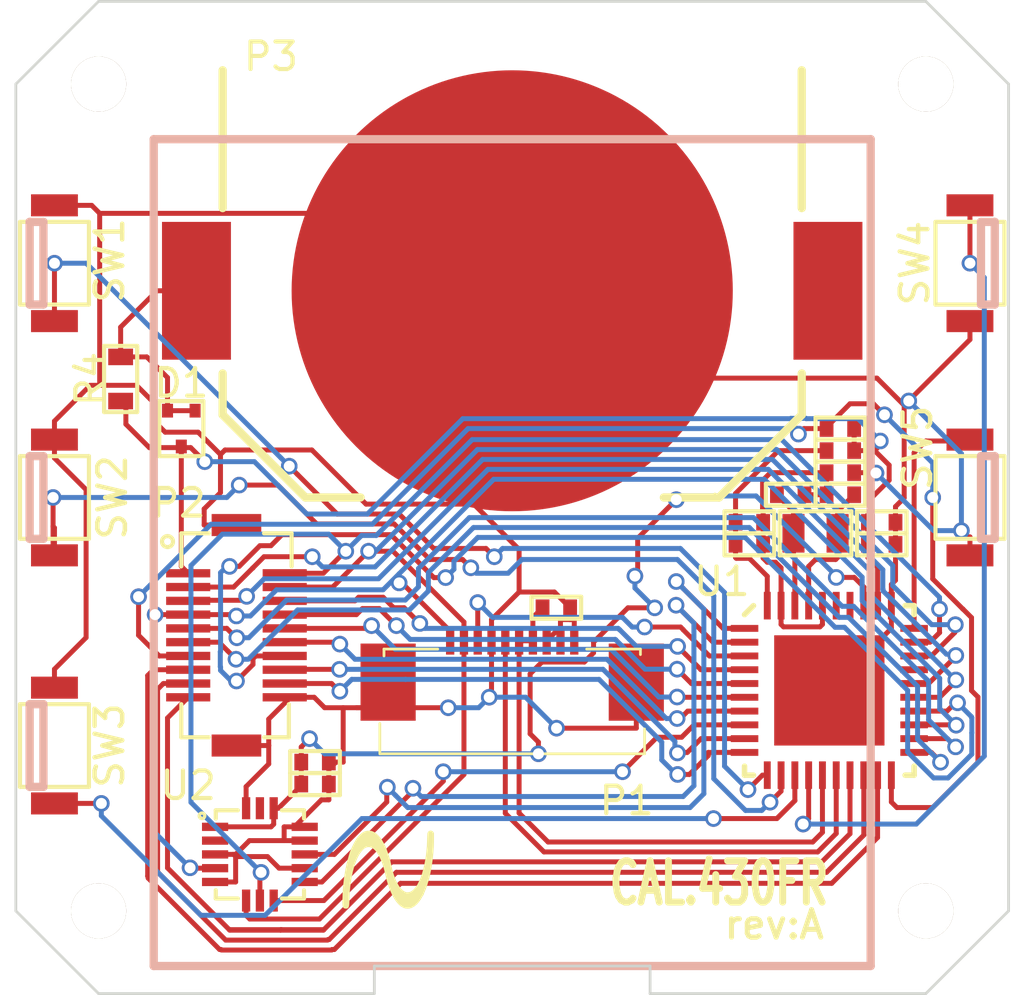
<source format=kicad_pcb>
(kicad_pcb (version 20171130) (host pcbnew "(5.1.12)-1")

  (general
    (thickness 1)
    (drawings 56)
    (tracks 784)
    (zones 0)
    (modules 30)
    (nets 44)
  )

  (page A4)
  (layers
    (0 F.Cu signal)
    (31 B.Cu signal)
    (32 B.Adhes user hide)
    (33 F.Adhes user hide)
    (34 B.Paste user hide)
    (35 F.Paste user hide)
    (36 B.SilkS user hide)
    (37 F.SilkS user hide)
    (38 B.Mask user hide)
    (39 F.Mask user hide)
    (40 Dwgs.User user hide)
    (41 Cmts.User user hide)
    (42 Eco1.User user hide)
    (43 Eco2.User user hide)
    (44 Edge.Cuts user)
    (45 Margin user hide)
    (46 B.CrtYd user hide)
    (47 F.CrtYd user hide)
    (48 B.Fab user hide)
    (49 F.Fab user hide)
  )

  (setup
    (last_trace_width 0.18)
    (trace_clearance 0.18)
    (zone_clearance 0.508)
    (zone_45_only no)
    (trace_min 0.16)
    (via_size 0.6)
    (via_drill 0.4)
    (via_min_size 0.6)
    (via_min_drill 0.3)
    (uvia_size 0.508)
    (uvia_drill 0.127)
    (uvias_allowed no)
    (uvia_min_size 0.5)
    (uvia_min_drill 0.127)
    (edge_width 0.1)
    (segment_width 0.3)
    (pcb_text_width 0.3)
    (pcb_text_size 1.5 1.5)
    (mod_edge_width 0.2)
    (mod_text_size 1 1)
    (mod_text_width 0.2)
    (pad_size 1 0.25)
    (pad_drill 0)
    (pad_to_mask_clearance 0)
    (aux_axis_origin 175 61.5)
    (grid_origin 175 61.5)
    (visible_elements 7FFFFF7F)
    (pcbplotparams
      (layerselection 0x010f0_80000001)
      (usegerberextensions true)
      (usegerberattributes true)
      (usegerberadvancedattributes true)
      (creategerberjobfile true)
      (excludeedgelayer false)
      (linewidth 0.100000)
      (plotframeref false)
      (viasonmask false)
      (mode 1)
      (useauxorigin true)
      (hpglpennumber 1)
      (hpglpenspeed 20)
      (hpglpendiameter 15.000000)
      (psnegative false)
      (psa4output false)
      (plotreference false)
      (plotvalue false)
      (plotinvisibletext false)
      (padsonsilk false)
      (subtractmaskfromsilk false)
      (outputformat 1)
      (mirror false)
      (drillshape 0)
      (scaleselection 1)
      (outputdirectory "C:/Users/kemushi/Desktop/CAL439gbr/"))
  )

  (net 0 "")
  (net 1 +3.3V)
  (net 2 GND)
  (net 3 "Net-(C3-Pad1)")
  (net 4 "Net-(C3-Pad2)")
  (net 5 "Net-(C4-Pad1)")
  (net 6 "Net-(C6-Pad1)")
  (net 7 LCD_Power)
  (net 8 DISP)
  (net 9 TST)
  (net 10 RST)
  (net 11 TXD0)
  (net 12 RXD0)
  (net 13 TXD1)
  (net 14 RXD1)
  (net 15 CS1)
  (net 16 INT_A1)
  (net 17 INT_A2)
  (net 18 "Net-(D1-Pad1)")
  (net 19 MOSI)
  (net 20 SCLK)
  (net 21 PJ.0)
  (net 22 PJ.3)
  (net 23 P4.4)
  (net 24 P3.0)
  (net 25 P3.1)
  (net 26 P3.2)
  (net 27 P3.3)
  (net 28 CS2)
  (net 29 P1.4)
  (net 30 P1.5)
  (net 31 P3.4)
  (net 32 P3.5)
  (net 33 P3.6)
  (net 34 MISO)
  (net 35 PJ.1)
  (net 36 PJ.2)
  (net 37 ADXL_PWR)
  (net 38 "Net-(U1-Pad27)")
  (net 39 "Net-(U1-Pad34)")
  (net 40 "Net-(U1-Pad35)")
  (net 41 "Net-(P3-Pad3)")
  (net 42 "Net-(U2-Pad2)")
  (net 43 "Net-(U2-Pad15)")

  (net_class Default "This is the default net class."
    (clearance 0.18)
    (trace_width 0.18)
    (via_dia 0.6)
    (via_drill 0.4)
    (uvia_dia 0.508)
    (uvia_drill 0.127)
    (add_net +3.3V)
    (add_net ADXL_PWR)
    (add_net CS1)
    (add_net CS2)
    (add_net DISP)
    (add_net GND)
    (add_net INT_A1)
    (add_net INT_A2)
    (add_net LCD_Power)
    (add_net MISO)
    (add_net MOSI)
    (add_net "Net-(C3-Pad1)")
    (add_net "Net-(C3-Pad2)")
    (add_net "Net-(C4-Pad1)")
    (add_net "Net-(C6-Pad1)")
    (add_net "Net-(D1-Pad1)")
    (add_net "Net-(P3-Pad3)")
    (add_net "Net-(U1-Pad27)")
    (add_net "Net-(U1-Pad34)")
    (add_net "Net-(U1-Pad35)")
    (add_net "Net-(U2-Pad15)")
    (add_net "Net-(U2-Pad2)")
    (add_net P1.4)
    (add_net P1.5)
    (add_net P3.0)
    (add_net P3.1)
    (add_net P3.2)
    (add_net P3.3)
    (add_net P3.4)
    (add_net P3.5)
    (add_net P3.6)
    (add_net P4.4)
    (add_net PJ.0)
    (add_net PJ.1)
    (add_net PJ.2)
    (add_net PJ.3)
    (add_net RST)
    (add_net RXD0)
    (add_net RXD1)
    (add_net SCLK)
    (add_net TST)
    (add_net TXD0)
    (add_net TXD1)
  )

  (net_class bold ""
    (clearance 0.3)
    (trace_width 0.3)
    (via_dia 0.6)
    (via_drill 0.4)
    (uvia_dia 0.508)
    (uvia_drill 0.127)
  )

  (module Switch:B3U-3000P (layer F.Cu) (tedit 54FC75F3) (tstamp 54F861D8)
    (at 191.6 61.5 270)
    (path /54F6D60F)
    (fp_text reference SW5 (at -1.8 1.9 270) (layer F.SilkS)
      (effects (font (size 1 1) (thickness 0.16)))
    )
    (fp_text value SW_PUSH (at -0.2 -2.85 270) (layer Dwgs.User) hide
      (effects (font (size 1 1) (thickness 0.1)))
    )
    (fp_line (start 1.5 1.25) (end -1.5 1.25) (layer Dwgs.User) (width 0.15))
    (fp_line (start 1.5 -1.25) (end 1.5 1.25) (layer Dwgs.User) (width 0.15))
    (fp_line (start -1.5 -1.25) (end 1.5 -1.25) (layer Dwgs.User) (width 0.15))
    (fp_line (start -1.5 1.25) (end -1.5 -1.25) (layer Dwgs.User) (width 0.15))
    (fp_line (start -0.8 -1.6) (end -0.5 -1.9) (layer Dwgs.User) (width 0.15))
    (fp_line (start 0.8 -1.6) (end 0.5 -1.9) (layer Dwgs.User) (width 0.15))
    (fp_line (start -0.5 -1.9) (end 0.5 -1.9) (layer Dwgs.User) (width 0.15))
    (fp_line (start 0.8 -1.6) (end 0.8 -1.3) (layer Dwgs.User) (width 0.15))
    (fp_line (start -0.8 -1.6) (end -0.8 -1.3) (layer Dwgs.User) (width 0.15))
    (fp_line (start 1.5 -1.25) (end -1.5 -1.25) (layer F.SilkS) (width 0.15))
    (fp_line (start 1.5 1.25) (end 1.5 -1.25) (layer F.SilkS) (width 0.15))
    (fp_line (start -1.5 1.25) (end 1.5 1.25) (layer F.SilkS) (width 0.15))
    (fp_line (start -1.5 -1.25) (end -1.5 1.25) (layer F.SilkS) (width 0.15))
    (pad 1 smd trapezoid (at -2.1 0 270) (size 0.8 1.7) (layers F.Cu F.Paste F.Mask)
      (net 23 P4.4))
    (pad 2 smd trapezoid (at 2.1 0 270) (size 0.8 1.7) (layers F.Cu F.Paste F.Mask)
      (net 2 GND))
  )

  (module Switch:B3U-3000P (layer F.Cu) (tedit 54FC753A) (tstamp 54F8618C)
    (at 158.4 53 90)
    (path /54F6D508)
    (fp_text reference SW1 (at 0.1 2 90) (layer F.SilkS)
      (effects (font (size 1 1) (thickness 0.16)))
    )
    (fp_text value SW_PUSH (at -0.2 -2.85 90) (layer Dwgs.User) hide
      (effects (font (size 1 1) (thickness 0.1)))
    )
    (fp_line (start 1.5 1.25) (end -1.5 1.25) (layer Dwgs.User) (width 0.15))
    (fp_line (start 1.5 -1.25) (end 1.5 1.25) (layer Dwgs.User) (width 0.15))
    (fp_line (start -1.5 -1.25) (end 1.5 -1.25) (layer Dwgs.User) (width 0.15))
    (fp_line (start -1.5 1.25) (end -1.5 -1.25) (layer Dwgs.User) (width 0.15))
    (fp_line (start -0.8 -1.6) (end -0.5 -1.9) (layer Dwgs.User) (width 0.15))
    (fp_line (start 0.8 -1.6) (end 0.5 -1.9) (layer Dwgs.User) (width 0.15))
    (fp_line (start -0.5 -1.9) (end 0.5 -1.9) (layer Dwgs.User) (width 0.15))
    (fp_line (start 0.8 -1.6) (end 0.8 -1.3) (layer Dwgs.User) (width 0.15))
    (fp_line (start -0.8 -1.6) (end -0.8 -1.3) (layer Dwgs.User) (width 0.15))
    (fp_line (start 1.5 -1.25) (end -1.5 -1.25) (layer F.SilkS) (width 0.15))
    (fp_line (start 1.5 1.25) (end 1.5 -1.25) (layer F.SilkS) (width 0.15))
    (fp_line (start -1.5 1.25) (end 1.5 1.25) (layer F.SilkS) (width 0.15))
    (fp_line (start -1.5 -1.25) (end -1.5 1.25) (layer F.SilkS) (width 0.15))
    (pad 1 smd trapezoid (at -2.1 0 90) (size 0.8 1.7) (layers F.Cu F.Paste F.Mask)
      (net 21 PJ.0))
    (pad 2 smd trapezoid (at 2.1 0 90) (size 0.8 1.7) (layers F.Cu F.Paste F.Mask)
      (net 2 GND))
  )

  (module Switch:B3U-3000P (layer F.Cu) (tedit 54FC7556) (tstamp 54F8619F)
    (at 158.4 61.5 90)
    (path /54F6D5B4)
    (fp_text reference SW2 (at 0 2.1 90) (layer F.SilkS)
      (effects (font (size 1 1) (thickness 0.16)))
    )
    (fp_text value SW_PUSH (at -0.2 -2.85 90) (layer Dwgs.User) hide
      (effects (font (size 1 1) (thickness 0.1)))
    )
    (fp_line (start 1.5 1.25) (end -1.5 1.25) (layer Dwgs.User) (width 0.15))
    (fp_line (start 1.5 -1.25) (end 1.5 1.25) (layer Dwgs.User) (width 0.15))
    (fp_line (start -1.5 -1.25) (end 1.5 -1.25) (layer Dwgs.User) (width 0.15))
    (fp_line (start -1.5 1.25) (end -1.5 -1.25) (layer Dwgs.User) (width 0.15))
    (fp_line (start -0.8 -1.6) (end -0.5 -1.9) (layer Dwgs.User) (width 0.15))
    (fp_line (start 0.8 -1.6) (end 0.5 -1.9) (layer Dwgs.User) (width 0.15))
    (fp_line (start -0.5 -1.9) (end 0.5 -1.9) (layer Dwgs.User) (width 0.15))
    (fp_line (start 0.8 -1.6) (end 0.8 -1.3) (layer Dwgs.User) (width 0.15))
    (fp_line (start -0.8 -1.6) (end -0.8 -1.3) (layer Dwgs.User) (width 0.15))
    (fp_line (start 1.5 -1.25) (end -1.5 -1.25) (layer F.SilkS) (width 0.15))
    (fp_line (start 1.5 1.25) (end 1.5 -1.25) (layer F.SilkS) (width 0.15))
    (fp_line (start -1.5 1.25) (end 1.5 1.25) (layer F.SilkS) (width 0.15))
    (fp_line (start -1.5 -1.25) (end -1.5 1.25) (layer F.SilkS) (width 0.15))
    (pad 1 smd trapezoid (at -2.1 0 90) (size 0.8 1.7) (layers F.Cu F.Paste F.Mask)
      (net 35 PJ.1))
    (pad 2 smd trapezoid (at 2.1 0 90) (size 0.8 1.7) (layers F.Cu F.Paste F.Mask)
      (net 2 GND))
  )

  (module Switch:B3U-3000P (layer F.Cu) (tedit 54FC7568) (tstamp 54F861B2)
    (at 158.4 70.5 90)
    (path /54F6D5CD)
    (fp_text reference SW3 (at 0 2 90) (layer F.SilkS)
      (effects (font (size 1 1) (thickness 0.16)))
    )
    (fp_text value SW_PUSH (at -0.2 -2.85 90) (layer Dwgs.User) hide
      (effects (font (size 1 1) (thickness 0.1)))
    )
    (fp_line (start 1.5 1.25) (end -1.5 1.25) (layer Dwgs.User) (width 0.15))
    (fp_line (start 1.5 -1.25) (end 1.5 1.25) (layer Dwgs.User) (width 0.15))
    (fp_line (start -1.5 -1.25) (end 1.5 -1.25) (layer Dwgs.User) (width 0.15))
    (fp_line (start -1.5 1.25) (end -1.5 -1.25) (layer Dwgs.User) (width 0.15))
    (fp_line (start -0.8 -1.6) (end -0.5 -1.9) (layer Dwgs.User) (width 0.15))
    (fp_line (start 0.8 -1.6) (end 0.5 -1.9) (layer Dwgs.User) (width 0.15))
    (fp_line (start -0.5 -1.9) (end 0.5 -1.9) (layer Dwgs.User) (width 0.15))
    (fp_line (start 0.8 -1.6) (end 0.8 -1.3) (layer Dwgs.User) (width 0.15))
    (fp_line (start -0.8 -1.6) (end -0.8 -1.3) (layer Dwgs.User) (width 0.15))
    (fp_line (start 1.5 -1.25) (end -1.5 -1.25) (layer F.SilkS) (width 0.15))
    (fp_line (start 1.5 1.25) (end 1.5 -1.25) (layer F.SilkS) (width 0.15))
    (fp_line (start -1.5 1.25) (end 1.5 1.25) (layer F.SilkS) (width 0.15))
    (fp_line (start -1.5 -1.25) (end -1.5 1.25) (layer F.SilkS) (width 0.15))
    (pad 1 smd trapezoid (at -2.1 0 90) (size 0.8 1.7) (layers F.Cu F.Paste F.Mask)
      (net 36 PJ.2))
    (pad 2 smd trapezoid (at 2.1 0 90) (size 0.8 1.7) (layers F.Cu F.Paste F.Mask)
      (net 2 GND))
  )

  (module Switch:B3U-3000P (layer F.Cu) (tedit 54FC7578) (tstamp 54F861C5)
    (at 191.6 53 270)
    (path /54F6D5EC)
    (fp_text reference SW4 (at 0 2 270) (layer F.SilkS)
      (effects (font (size 1 1) (thickness 0.16)))
    )
    (fp_text value SW_PUSH (at -0.2 -2.85 270) (layer Dwgs.User) hide
      (effects (font (size 1 1) (thickness 0.1)))
    )
    (fp_line (start 1.5 1.25) (end -1.5 1.25) (layer Dwgs.User) (width 0.15))
    (fp_line (start 1.5 -1.25) (end 1.5 1.25) (layer Dwgs.User) (width 0.15))
    (fp_line (start -1.5 -1.25) (end 1.5 -1.25) (layer Dwgs.User) (width 0.15))
    (fp_line (start -1.5 1.25) (end -1.5 -1.25) (layer Dwgs.User) (width 0.15))
    (fp_line (start -0.8 -1.6) (end -0.5 -1.9) (layer Dwgs.User) (width 0.15))
    (fp_line (start 0.8 -1.6) (end 0.5 -1.9) (layer Dwgs.User) (width 0.15))
    (fp_line (start -0.5 -1.9) (end 0.5 -1.9) (layer Dwgs.User) (width 0.15))
    (fp_line (start 0.8 -1.6) (end 0.8 -1.3) (layer Dwgs.User) (width 0.15))
    (fp_line (start -0.8 -1.6) (end -0.8 -1.3) (layer Dwgs.User) (width 0.15))
    (fp_line (start 1.5 -1.25) (end -1.5 -1.25) (layer F.SilkS) (width 0.15))
    (fp_line (start 1.5 1.25) (end 1.5 -1.25) (layer F.SilkS) (width 0.15))
    (fp_line (start -1.5 1.25) (end 1.5 1.25) (layer F.SilkS) (width 0.15))
    (fp_line (start -1.5 -1.25) (end -1.5 1.25) (layer F.SilkS) (width 0.15))
    (pad 1 smd trapezoid (at -2.1 0 270) (size 0.8 1.7) (layers F.Cu F.Paste F.Mask)
      (net 22 PJ.3))
    (pad 2 smd trapezoid (at 2.1 0 270) (size 0.8 1.7) (layers F.Cu F.Paste F.Mask)
      (net 2 GND))
  )

  (module C_SMD:C1005 (layer F.Cu) (tedit 54FC75CF) (tstamp 54FAFF8B)
    (at 183.6 62.4)
    (path /54FB0612)
    (fp_text reference C8 (at -1.5 0) (layer Dwgs.User) hide
      (effects (font (size 0.5 0.5) (thickness 0.1)))
    )
    (fp_text value 1u (at -0.05 -0.85) (layer Dwgs.User) hide
      (effects (font (size 0.5 0.5) (thickness 0.1)))
    )
    (fp_line (start -0.5 0.25) (end -0.5 -0.25) (layer Dwgs.User) (width 0.05))
    (fp_line (start 0.5 0.25) (end -0.5 0.25) (layer Dwgs.User) (width 0.05))
    (fp_line (start 0.5 -0.25) (end 0.5 0.25) (layer Dwgs.User) (width 0.05))
    (fp_line (start -0.5 -0.25) (end 0.5 -0.25) (layer Dwgs.User) (width 0.05))
    (fp_line (start 0.9 0.4) (end 0.9 -0.4) (layer F.SilkS) (width 0.15))
    (fp_line (start -0.9 0.4) (end 0.9 0.4) (layer F.SilkS) (width 0.15))
    (fp_line (start -0.9 -0.4) (end -0.9 0.4) (layer F.SilkS) (width 0.15))
    (fp_line (start 0.9 -0.4) (end -0.9 -0.4) (layer F.SilkS) (width 0.15))
    (pad 1 smd rect (at -0.5 0) (size 0.5 0.6) (layers F.Cu F.Paste F.Mask)
      (net 6 "Net-(C6-Pad1)"))
    (pad 2 smd rect (at 0.5 0) (size 0.5 0.6) (layers F.Cu F.Paste F.Mask)
      (net 4 "Net-(C3-Pad2)"))
  )

  (module C_SMD:C1005 (layer F.Cu) (tedit 54FC89CB) (tstamp 54FB014B)
    (at 185.1 61.4)
    (path /545CE9F8)
    (fp_text reference C3 (at -1.5 0) (layer Dwgs.User) hide
      (effects (font (size 0.5 0.5) (thickness 0.125)))
    )
    (fp_text value 10p (at -0.05 -0.85) (layer Dwgs.User) hide
      (effects (font (size 0.5 0.5) (thickness 0.1)))
    )
    (fp_line (start -0.5 0.25) (end -0.5 -0.25) (layer Dwgs.User) (width 0.05))
    (fp_line (start 0.5 0.25) (end -0.5 0.25) (layer Dwgs.User) (width 0.05))
    (fp_line (start 0.5 -0.25) (end 0.5 0.25) (layer Dwgs.User) (width 0.05))
    (fp_line (start -0.5 -0.25) (end 0.5 -0.25) (layer Dwgs.User) (width 0.05))
    (fp_line (start 0.9 0.4) (end 0.9 -0.4) (layer F.SilkS) (width 0.15))
    (fp_line (start -0.9 0.4) (end 0.9 0.4) (layer F.SilkS) (width 0.15))
    (fp_line (start -0.9 -0.4) (end -0.9 0.4) (layer F.SilkS) (width 0.15))
    (fp_line (start 0.9 -0.4) (end -0.9 -0.4) (layer F.SilkS) (width 0.15))
    (pad 1 smd rect (at -0.5 0) (size 0.5 0.6) (layers F.Cu F.Paste F.Mask)
      (net 3 "Net-(C3-Pad1)"))
    (pad 2 smd rect (at 0.5 0) (size 0.5 0.6) (layers F.Cu F.Paste F.Mask)
      (net 4 "Net-(C3-Pad2)"))
  )

  (module C_SMD:C1005 (layer F.Cu) (tedit 54FC75A7) (tstamp 54FB01E4)
    (at 186.9 61.4 180)
    (path /545CEA59)
    (fp_text reference C4 (at -1.3 0 180) (layer Dwgs.User) hide
      (effects (font (size 0.5 0.5) (thickness 0.1)))
    )
    (fp_text value 10p (at -0.05 -0.85 180) (layer Dwgs.User) hide
      (effects (font (size 0.5 0.5) (thickness 0.1)))
    )
    (fp_line (start -0.5 0.25) (end -0.5 -0.25) (layer Dwgs.User) (width 0.05))
    (fp_line (start 0.5 0.25) (end -0.5 0.25) (layer Dwgs.User) (width 0.05))
    (fp_line (start 0.5 -0.25) (end 0.5 0.25) (layer Dwgs.User) (width 0.05))
    (fp_line (start -0.5 -0.25) (end 0.5 -0.25) (layer Dwgs.User) (width 0.05))
    (fp_line (start 0.9 0.4) (end 0.9 -0.4) (layer F.SilkS) (width 0.15))
    (fp_line (start -0.9 0.4) (end 0.9 0.4) (layer F.SilkS) (width 0.15))
    (fp_line (start -0.9 -0.4) (end -0.9 0.4) (layer F.SilkS) (width 0.15))
    (fp_line (start 0.9 -0.4) (end -0.9 -0.4) (layer F.SilkS) (width 0.15))
    (pad 1 smd rect (at -0.5 0 180) (size 0.5 0.6) (layers F.Cu F.Paste F.Mask)
      (net 5 "Net-(C4-Pad1)"))
    (pad 2 smd rect (at 0.5 0 180) (size 0.5 0.6) (layers F.Cu F.Paste F.Mask)
      (net 4 "Net-(C3-Pad2)"))
  )

  (module R_SMD:R1005 (layer F.Cu) (tedit 54FC758B) (tstamp 54FB0432)
    (at 186.9 59)
    (path /545CFF79)
    (fp_text reference R1 (at 2.2 0) (layer Dwgs.User) hide
      (effects (font (size 0.5 0.5) (thickness 0.1)))
    )
    (fp_text value 47k (at -0.1 -0.9) (layer Dwgs.User) hide
      (effects (font (size 0.5 0.5) (thickness 0.1)))
    )
    (fp_line (start -0.5 0.25) (end -0.5 -0.25) (layer Dwgs.User) (width 0.05))
    (fp_line (start 0.5 0.25) (end -0.5 0.25) (layer Dwgs.User) (width 0.05))
    (fp_line (start 0.5 -0.25) (end 0.5 0.25) (layer Dwgs.User) (width 0.05))
    (fp_line (start -0.5 -0.25) (end 0.5 -0.25) (layer Dwgs.User) (width 0.05))
    (fp_line (start 0.9 -0.4) (end 0.8 -0.4) (layer F.SilkS) (width 0.15))
    (fp_line (start 0.9 0.4) (end 0.9 -0.4) (layer F.SilkS) (width 0.15))
    (fp_line (start -0.9 0.4) (end 0.9 0.4) (layer F.SilkS) (width 0.15))
    (fp_line (start -0.9 -0.4) (end -0.9 0.4) (layer F.SilkS) (width 0.15))
    (fp_line (start -0.8 -0.4) (end -0.9 -0.4) (layer F.SilkS) (width 0.15))
    (fp_line (start 0.8 -0.4) (end -0.8 -0.4) (layer F.SilkS) (width 0.15))
    (pad 1 smd rect (at -0.5 0) (size 0.5 0.6) (layers F.Cu F.Paste F.Mask)
      (net 10 RST))
    (pad 2 smd rect (at 0.5 0) (size 0.5 0.6) (layers F.Cu F.Paste F.Mask)
      (net 1 +3.3V))
  )

  (module R_SMD:R1005 (layer F.Cu) (tedit 54FC759E) (tstamp 54FB0442)
    (at 186.9 60.6 180)
    (path /545CF1E1)
    (fp_text reference R3 (at -2 0 180) (layer Dwgs.User) hide
      (effects (font (size 0.5 0.5) (thickness 0.1)))
    )
    (fp_text value 0 (at -0.1 -0.9 180) (layer Dwgs.User) hide
      (effects (font (size 0.5 0.5) (thickness 0.1)))
    )
    (fp_line (start -0.5 0.25) (end -0.5 -0.25) (layer Dwgs.User) (width 0.05))
    (fp_line (start 0.5 0.25) (end -0.5 0.25) (layer Dwgs.User) (width 0.05))
    (fp_line (start 0.5 -0.25) (end 0.5 0.25) (layer Dwgs.User) (width 0.05))
    (fp_line (start -0.5 -0.25) (end 0.5 -0.25) (layer Dwgs.User) (width 0.05))
    (fp_line (start 0.9 -0.4) (end 0.8 -0.4) (layer F.SilkS) (width 0.15))
    (fp_line (start 0.9 0.4) (end 0.9 -0.4) (layer F.SilkS) (width 0.15))
    (fp_line (start -0.9 0.4) (end 0.9 0.4) (layer F.SilkS) (width 0.15))
    (fp_line (start -0.9 -0.4) (end -0.9 0.4) (layer F.SilkS) (width 0.15))
    (fp_line (start -0.8 -0.4) (end -0.9 -0.4) (layer F.SilkS) (width 0.15))
    (fp_line (start 0.8 -0.4) (end -0.8 -0.4) (layer F.SilkS) (width 0.15))
    (pad 1 smd rect (at -0.5 0 180) (size 0.5 0.6) (layers F.Cu F.Paste F.Mask)
      (net 2 GND))
    (pad 2 smd rect (at 0.5 0 180) (size 0.5 0.6) (layers F.Cu F.Paste F.Mask)
      (net 4 "Net-(C3-Pad2)"))
  )

  (module C_SMD:C1005 (layer F.Cu) (tedit 54FC75BC) (tstamp 54FB0B2B)
    (at 188.4 63.2)
    (path /545CF377)
    (fp_text reference C2 (at 1.5 0.1) (layer Dwgs.User) hide
      (effects (font (size 0.5 0.5) (thickness 0.1)))
    )
    (fp_text value 0.1u (at -0.05 -0.85) (layer Dwgs.User) hide
      (effects (font (size 0.5 0.5) (thickness 0.1)))
    )
    (fp_line (start -0.5 0.25) (end -0.5 -0.25) (layer Dwgs.User) (width 0.05))
    (fp_line (start 0.5 0.25) (end -0.5 0.25) (layer Dwgs.User) (width 0.05))
    (fp_line (start 0.5 -0.25) (end 0.5 0.25) (layer Dwgs.User) (width 0.05))
    (fp_line (start -0.5 -0.25) (end 0.5 -0.25) (layer Dwgs.User) (width 0.05))
    (fp_line (start 0.9 0.4) (end 0.9 -0.4) (layer F.SilkS) (width 0.15))
    (fp_line (start -0.9 0.4) (end 0.9 0.4) (layer F.SilkS) (width 0.15))
    (fp_line (start -0.9 -0.4) (end -0.9 0.4) (layer F.SilkS) (width 0.15))
    (fp_line (start 0.9 -0.4) (end -0.9 -0.4) (layer F.SilkS) (width 0.15))
    (pad 1 smd rect (at -0.5 0) (size 0.5 0.6) (layers F.Cu F.Paste F.Mask)
      (net 1 +3.3V))
    (pad 2 smd rect (at 0.5 0) (size 0.5 0.6) (layers F.Cu F.Paste F.Mask)
      (net 2 GND))
  )

  (module C_SMD:C1005 (layer F.Cu) (tedit 54FC75B3) (tstamp 54FB0B3A)
    (at 188.4 62.4)
    (path /545CED7E)
    (fp_text reference C5 (at 1.5 0) (layer Dwgs.User) hide
      (effects (font (size 0.5 0.5) (thickness 0.1)))
    )
    (fp_text value 1u (at -0.05 -0.85) (layer Dwgs.User) hide
      (effects (font (size 0.5 0.5) (thickness 0.1)))
    )
    (fp_line (start -0.5 0.25) (end -0.5 -0.25) (layer Dwgs.User) (width 0.05))
    (fp_line (start 0.5 0.25) (end -0.5 0.25) (layer Dwgs.User) (width 0.05))
    (fp_line (start 0.5 -0.25) (end 0.5 0.25) (layer Dwgs.User) (width 0.05))
    (fp_line (start -0.5 -0.25) (end 0.5 -0.25) (layer Dwgs.User) (width 0.05))
    (fp_line (start 0.9 0.4) (end 0.9 -0.4) (layer F.SilkS) (width 0.15))
    (fp_line (start -0.9 0.4) (end 0.9 0.4) (layer F.SilkS) (width 0.15))
    (fp_line (start -0.9 -0.4) (end -0.9 0.4) (layer F.SilkS) (width 0.15))
    (fp_line (start 0.9 -0.4) (end -0.9 -0.4) (layer F.SilkS) (width 0.15))
    (pad 1 smd rect (at -0.5 0) (size 0.5 0.6) (layers F.Cu F.Paste F.Mask)
      (net 1 +3.3V))
    (pad 2 smd rect (at 0.5 0) (size 0.5 0.6) (layers F.Cu F.Paste F.Mask)
      (net 2 GND))
  )

  (module R_SMD:R1005 (layer F.Cu) (tedit 54FC7594) (tstamp 54FB05B1)
    (at 186.9 59.8 180)
    (path /545F2340)
    (fp_text reference R2 (at -2.2 0 180) (layer Dwgs.User) hide
      (effects (font (size 0.5 0.5) (thickness 0.1)))
    )
    (fp_text value 0 (at -0.1 -0.9 180) (layer Dwgs.User) hide
      (effects (font (size 0.5 0.5) (thickness 0.1)))
    )
    (fp_line (start -0.5 0.25) (end -0.5 -0.25) (layer Dwgs.User) (width 0.05))
    (fp_line (start 0.5 0.25) (end -0.5 0.25) (layer Dwgs.User) (width 0.05))
    (fp_line (start 0.5 -0.25) (end 0.5 0.25) (layer Dwgs.User) (width 0.05))
    (fp_line (start -0.5 -0.25) (end 0.5 -0.25) (layer Dwgs.User) (width 0.05))
    (fp_line (start 0.9 -0.4) (end 0.8 -0.4) (layer F.SilkS) (width 0.15))
    (fp_line (start 0.9 0.4) (end 0.9 -0.4) (layer F.SilkS) (width 0.15))
    (fp_line (start -0.9 0.4) (end 0.9 0.4) (layer F.SilkS) (width 0.15))
    (fp_line (start -0.9 -0.4) (end -0.9 0.4) (layer F.SilkS) (width 0.15))
    (fp_line (start -0.8 -0.4) (end -0.9 -0.4) (layer F.SilkS) (width 0.15))
    (fp_line (start 0.8 -0.4) (end -0.8 -0.4) (layer F.SilkS) (width 0.15))
    (pad 1 smd rect (at -0.5 0 180) (size 0.5 0.6) (layers F.Cu F.Paste F.Mask)
      (net 1 +3.3V))
    (pad 2 smd rect (at 0.5 0 180) (size 0.5 0.6) (layers F.Cu F.Paste F.Mask)
      (net 6 "Net-(C6-Pad1)"))
  )

  (module C_SMD:C1005 (layer F.Cu) (tedit 54FC7612) (tstamp 54FB06ED)
    (at 167.85 71.9)
    (path /54649847)
    (fp_text reference C1 (at -0.95 0.85) (layer Dwgs.User) hide
      (effects (font (size 0.5 0.5) (thickness 0.1)))
    )
    (fp_text value 0.1u (at -0.05 -0.85) (layer Dwgs.User) hide
      (effects (font (size 0.5 0.5) (thickness 0.1)))
    )
    (fp_line (start -0.5 0.25) (end -0.5 -0.25) (layer Dwgs.User) (width 0.05))
    (fp_line (start 0.5 0.25) (end -0.5 0.25) (layer Dwgs.User) (width 0.05))
    (fp_line (start 0.5 -0.25) (end 0.5 0.25) (layer Dwgs.User) (width 0.05))
    (fp_line (start -0.5 -0.25) (end 0.5 -0.25) (layer Dwgs.User) (width 0.05))
    (fp_line (start 0.9 0.4) (end 0.9 -0.4) (layer F.SilkS) (width 0.15))
    (fp_line (start -0.9 0.4) (end 0.9 0.4) (layer F.SilkS) (width 0.15))
    (fp_line (start -0.9 -0.4) (end -0.9 0.4) (layer F.SilkS) (width 0.15))
    (fp_line (start 0.9 -0.4) (end -0.9 -0.4) (layer F.SilkS) (width 0.15))
    (pad 1 smd rect (at -0.5 0) (size 0.5 0.6) (layers F.Cu F.Paste F.Mask)
      (net 37 ADXL_PWR))
    (pad 2 smd rect (at 0.5 0) (size 0.5 0.6) (layers F.Cu F.Paste F.Mask)
      (net 2 GND))
  )

  (module C_SMD:C1005 (layer F.Cu) (tedit 54FC75D7) (tstamp 54FB06FB)
    (at 183.6 63.2)
    (path /545CEC83)
    (fp_text reference C6 (at -1.5 0.4) (layer Dwgs.User) hide
      (effects (font (size 0.5 0.5) (thickness 0.1)))
    )
    (fp_text value 0.1u (at -0.05 -0.85) (layer Dwgs.User) hide
      (effects (font (size 0.5 0.5) (thickness 0.1)))
    )
    (fp_line (start -0.5 0.25) (end -0.5 -0.25) (layer Dwgs.User) (width 0.05))
    (fp_line (start 0.5 0.25) (end -0.5 0.25) (layer Dwgs.User) (width 0.05))
    (fp_line (start 0.5 -0.25) (end 0.5 0.25) (layer Dwgs.User) (width 0.05))
    (fp_line (start -0.5 -0.25) (end 0.5 -0.25) (layer Dwgs.User) (width 0.05))
    (fp_line (start 0.9 0.4) (end 0.9 -0.4) (layer F.SilkS) (width 0.15))
    (fp_line (start -0.9 0.4) (end 0.9 0.4) (layer F.SilkS) (width 0.15))
    (fp_line (start -0.9 -0.4) (end -0.9 0.4) (layer F.SilkS) (width 0.15))
    (fp_line (start 0.9 -0.4) (end -0.9 -0.4) (layer F.SilkS) (width 0.15))
    (pad 1 smd rect (at -0.5 0) (size 0.5 0.6) (layers F.Cu F.Paste F.Mask)
      (net 6 "Net-(C6-Pad1)"))
    (pad 2 smd rect (at 0.5 0) (size 0.5 0.6) (layers F.Cu F.Paste F.Mask)
      (net 4 "Net-(C3-Pad2)"))
  )

  (module C_SMD:C1005 (layer F.Cu) (tedit 54FC760A) (tstamp 54FB0709)
    (at 176.6 65.5)
    (path /5464C4AB)
    (fp_text reference C7 (at 1.65 0) (layer Dwgs.User) hide
      (effects (font (size 0.5 0.5) (thickness 0.1)))
    )
    (fp_text value C (at -0.05 -0.85) (layer Dwgs.User) hide
      (effects (font (size 0.5 0.5) (thickness 0.1)))
    )
    (fp_line (start -0.5 0.25) (end -0.5 -0.25) (layer Dwgs.User) (width 0.05))
    (fp_line (start 0.5 0.25) (end -0.5 0.25) (layer Dwgs.User) (width 0.05))
    (fp_line (start 0.5 -0.25) (end 0.5 0.25) (layer Dwgs.User) (width 0.05))
    (fp_line (start -0.5 -0.25) (end 0.5 -0.25) (layer Dwgs.User) (width 0.05))
    (fp_line (start 0.9 0.4) (end 0.9 -0.4) (layer F.SilkS) (width 0.15))
    (fp_line (start -0.9 0.4) (end 0.9 0.4) (layer F.SilkS) (width 0.15))
    (fp_line (start -0.9 -0.4) (end -0.9 0.4) (layer F.SilkS) (width 0.15))
    (fp_line (start 0.9 -0.4) (end -0.9 -0.4) (layer F.SilkS) (width 0.15))
    (pad 1 smd rect (at -0.5 0) (size 0.5 0.6) (layers F.Cu F.Paste F.Mask)
      (net 7 LCD_Power))
    (pad 2 smd rect (at 0.5 0) (size 0.5 0.6) (layers F.Cu F.Paste F.Mask)
      (net 2 GND))
  )

  (module CRYSTAL:CRYSTAL_2012 (layer F.Cu) (tedit 54FC75C7) (tstamp 54FB08EB)
    (at 186 62.8 180)
    (tags "Crystal 2012")
    (path /545CE781)
    (fp_text reference X1 (at -0.1 -1.4 180) (layer Dwgs.User) hide
      (effects (font (size 0.5 0.5) (thickness 0.1)))
    )
    (fp_text value "32.768 6pF" (at -0.4 -1.3 180) (layer Dwgs.User) hide
      (effects (font (size 0.5 0.5) (thickness 0.1)))
    )
    (fp_line (start -1 0.6) (end -1 -0.6) (layer Dwgs.User) (width 0.15))
    (fp_line (start 1 0.6) (end -1 0.6) (layer Dwgs.User) (width 0.15))
    (fp_line (start 1 -0.6) (end 1 0.6) (layer Dwgs.User) (width 0.15))
    (fp_line (start -1 -0.6) (end 1 -0.6) (layer Dwgs.User) (width 0.15))
    (fp_line (start 1.3 0.8) (end 1.3 -0.8) (layer F.SilkS) (width 0.15))
    (fp_line (start -1.3 0.8) (end 1.3 0.8) (layer F.SilkS) (width 0.15))
    (fp_line (start -1.3 -0.8) (end -1.3 0.8) (layer F.SilkS) (width 0.15))
    (fp_line (start 1.3 -0.8) (end -1.3 -0.8) (layer F.SilkS) (width 0.15))
    (pad 1 smd rect (at -0.8 0 180) (size 0.8 1.4) (layers F.Cu F.Paste F.Mask)
      (net 5 "Net-(C4-Pad1)"))
    (pad 2 smd rect (at 0.8 0 180) (size 0.8 1.4) (layers F.Cu F.Paste F.Mask)
      (net 3 "Net-(C3-Pad1)"))
  )

  (module Drill:Drill_M2 (layer F.Cu) (tedit 54F6D000) (tstamp 54FB09C2)
    (at 190 46.5)
    (fp_text reference Drill_M2_4 (at 0 2) (layer F.SilkS) hide
      (effects (font (size 1 1) (thickness 0.1)))
    )
    (fp_text value VAL** (at 0 -3) (layer F.SilkS) hide
      (effects (font (size 1 1) (thickness 0.1)))
    )
    (pad "" thru_hole circle (at 0 0) (size 2 2) (drill 2) (layers *.Cu *.Mask F.SilkS))
  )

  (module Drill:Drill_M2 (layer F.Cu) (tedit 54FC5B64) (tstamp 54FB09CB)
    (at 190 76.5)
    (fp_text reference Drill_M2_3 (at 0 2) (layer F.SilkS) hide
      (effects (font (size 1 1) (thickness 0.1)))
    )
    (fp_text value VAL** (at 0 -3) (layer F.SilkS) hide
      (effects (font (size 1 1) (thickness 0.1)))
    )
    (pad "" thru_hole circle (at 0 0) (size 2 2) (drill 2) (layers *.Cu *.Mask F.SilkS))
  )

  (module Drill:Drill_M2 (layer F.Cu) (tedit 54FC5AC2) (tstamp 54FB09D4)
    (at 160 76.5)
    (fp_text reference Drill_M2_2 (at 0 2) (layer F.SilkS) hide
      (effects (font (size 1 1) (thickness 0.1)))
    )
    (fp_text value VAL** (at 0 -3) (layer F.SilkS) hide
      (effects (font (size 1 1) (thickness 0.1)))
    )
    (pad "" thru_hole circle (at 0 0) (size 2 2) (drill 2) (layers *.Cu *.Mask F.SilkS))
  )

  (module Drill:Drill_M2 (layer F.Cu) (tedit 54FC5AC7) (tstamp 54FB09DD)
    (at 160 46.5)
    (fp_text reference Drill_M2 (at 0 2) (layer F.SilkS) hide
      (effects (font (size 1 1) (thickness 0.1)))
    )
    (fp_text value VAL** (at 0 -3) (layer F.SilkS) hide
      (effects (font (size 1 1) (thickness 0.1)))
    )
    (pad "" thru_hole circle (at 0 0) (size 2 2) (drill 2) (layers *.Cu *.Mask F.SilkS))
  )

  (module CONN_DF12:DF12_20_metal (layer F.Cu) (tedit 5506F21A) (tstamp 54FBCE35)
    (at 165 66.5 270)
    (path /54F49FD3)
    (fp_text reference P2 (at -4.8 2.1) (layer F.SilkS)
      (effects (font (size 1 1) (thickness 0.15)))
    )
    (fp_text value "DF12#-20DP(86)" (at 0 0 270) (layer Dwgs.User) hide
      (effects (font (size 0.5 0.5) (thickness 0.1)))
    )
    (fp_line (start -3.7 2) (end -3.7 1) (layer F.SilkS) (width 0.15))
    (fp_line (start -2.5 2) (end -3.7 2) (layer F.SilkS) (width 0.15))
    (fp_line (start -3.7 -2) (end -2.5 -2) (layer F.SilkS) (width 0.15))
    (fp_line (start -3.7 -1) (end -3.7 -2) (layer F.SilkS) (width 0.15))
    (fp_line (start 3.7 -1.9) (end 3.7 -1) (layer F.SilkS) (width 0.15))
    (fp_line (start 2.5 -1.9) (end 3.7 -1.9) (layer F.SilkS) (width 0.15))
    (fp_line (start 3.7 2) (end 3.7 1) (layer F.SilkS) (width 0.15))
    (fp_line (start 2.5 2) (end 3.7 2) (layer F.SilkS) (width 0.15))
    (fp_circle (center -3.4 2.5) (end -3.2 2.5) (layer F.SilkS) (width 0.15))
    (pad 21 smd trapezoid (at -4 0 270) (size 0.8 1.8) (layers F.Cu F.Paste F.Mask)
      (net 2 GND))
    (pad 22 smd trapezoid (at 4 0 270) (size 0.8 1.8) (layers F.Cu F.Paste F.Mask)
      (net 2 GND))
    (pad 1 smd trapezoid (at -2.25 1.75 270) (size 0.3 1.6) (layers F.Cu F.Paste F.Mask)
      (net 1 +3.3V))
    (pad 2 smd trapezoid (at -2.25 -1.75 270) (size 0.3 1.6) (layers F.Cu F.Paste F.Mask)
      (net 34 MISO))
    (pad 3 smd trapezoid (at -1.75 1.75 270) (size 0.3 1.6) (layers F.Cu F.Paste F.Mask)
      (net 33 P3.6))
    (pad 4 smd trapezoid (at -1.75 -1.75 270) (size 0.3 1.6) (layers F.Cu F.Paste F.Mask)
      (net 19 MOSI))
    (pad 5 smd trapezoid (at -1.25 1.75 270) (size 0.3 1.6) (layers F.Cu F.Paste F.Mask)
      (net 32 P3.5))
    (pad 6 smd trapezoid (at -1.25 -1.75 270) (size 0.3 1.6) (layers F.Cu F.Paste F.Mask)
      (net 24 P3.0))
    (pad 7 smd trapezoid (at -0.75 1.75 270) (size 0.3 1.6) (layers F.Cu F.Paste F.Mask)
      (net 20 SCLK))
    (pad 8 smd trapezoid (at -0.75 -1.75 270) (size 0.3 1.6) (layers F.Cu F.Paste F.Mask)
      (net 25 P3.1))
    (pad 9 smd trapezoid (at -0.25 1.75 270) (size 0.3 1.6) (layers F.Cu F.Paste F.Mask)
      (net 12 RXD0))
    (pad 10 smd trapezoid (at -0.25 -1.75 270) (size 0.3 1.6) (layers F.Cu F.Paste F.Mask)
      (net 26 P3.2))
    (pad 11 smd trapezoid (at 0.25 1.75 270) (size 0.3 1.6) (layers F.Cu F.Paste F.Mask)
      (net 11 TXD0))
    (pad 12 smd trapezoid (at 0.25 -1.75 270) (size 0.3 1.6) (layers F.Cu F.Paste F.Mask)
      (net 27 P3.3))
    (pad 13 smd trapezoid (at 0.75 1.75 270) (size 0.3 1.6) (layers F.Cu F.Paste F.Mask)
      (net 10 RST))
    (pad 14 smd trapezoid (at 0.75 -1.75 270) (size 0.3 1.6) (layers F.Cu F.Paste F.Mask)
      (net 31 P3.4))
    (pad 15 smd trapezoid (at 1.25 1.75 270) (size 0.3 1.6) (layers F.Cu F.Paste F.Mask)
      (net 9 TST))
    (pad 16 smd trapezoid (at 1.25 -1.75 270) (size 0.3 1.6) (layers F.Cu F.Paste F.Mask)
      (net 29 P1.4))
    (pad 17 smd trapezoid (at 1.75 1.75 270) (size 0.3 1.6) (layers F.Cu F.Paste F.Mask)
      (net 14 RXD1))
    (pad 18 smd trapezoid (at 1.75 -1.75 270) (size 0.3 1.6) (layers F.Cu F.Paste F.Mask)
      (net 30 P1.5))
    (pad 19 smd trapezoid (at 2.25 1.75 270) (size 0.3 1.6) (layers F.Cu F.Paste F.Mask)
      (net 13 TXD1))
    (pad 20 smd trapezoid (at 2.25 -1.75 270) (size 0.3 1.6) (layers F.Cu F.Paste F.Mask)
      (net 2 GND))
  )

  (module LOGO:N_LOGO_3mm (layer F.Cu) (tedit 54FC83BE) (tstamp 54FC83DB)
    (at 170.5 75)
    (fp_text reference G*** (at 0 0) (layer F.SilkS) hide
      (effects (font (size 1.524 1.524) (thickness 0.3)))
    )
    (fp_text value LOGO (at 0.75 0) (layer F.SilkS) hide
      (effects (font (size 1.524 1.524) (thickness 0.3)))
    )
    (fp_poly (pts (xy 1.614192 -1.231634) (xy 1.614115 -1.184196) (xy 1.613734 -1.130427) (xy 1.613083 -1.072976)
      (xy 1.6122 -1.014491) (xy 1.611121 -0.957623) (xy 1.609881 -0.90502) (xy 1.608518 -0.859332)
      (xy 1.607066 -0.823206) (xy 1.605562 -0.799293) (xy 1.605221 -0.795867) (xy 1.603244 -0.774632)
      (xy 1.600663 -0.741834) (xy 1.597883 -0.702812) (xy 1.596351 -0.679589) (xy 1.59375 -0.641569)
      (xy 1.591193 -0.608816) (xy 1.589041 -0.585724) (xy 1.588032 -0.577989) (xy 1.586019 -0.562736)
      (xy 1.583202 -0.535855) (xy 1.580123 -0.502596) (xy 1.579494 -0.4953) (xy 1.576359 -0.460257)
      (xy 1.57332 -0.429407) (xy 1.570957 -0.408582) (xy 1.570656 -0.4064) (xy 1.567809 -0.385275)
      (xy 1.564171 -0.356312) (xy 1.562556 -0.3429) (xy 1.55882 -0.313341) (xy 1.55517 -0.287512)
      (xy 1.553866 -0.2794) (xy 1.550508 -0.257577) (xy 1.546613 -0.228961) (xy 1.5455 -0.220134)
      (xy 1.537805 -0.165226) (xy 1.528104 -0.110067) (xy 1.524231 -0.087445) (xy 1.519942 -0.059412)
      (xy 1.519317 -0.055034) (xy 1.515409 -0.030083) (xy 1.511761 -0.011104) (xy 1.511111 -0.008467)
      (xy 1.507174 0.008947) (xy 1.503225 0.029633) (xy 1.498686 0.054133) (xy 1.495066 0.071966)
      (xy 1.491472 0.088522) (xy 1.485583 0.115792) (xy 1.478659 0.147934) (xy 1.478518 0.14859)
      (xy 1.469506 0.190418) (xy 1.462964 0.220442) (xy 1.457814 0.243416) (xy 1.452977 0.264093)
      (xy 1.447374 0.287227) (xy 1.443091 0.304692) (xy 1.435437 0.333209) (xy 1.42849 0.354569)
      (xy 1.423883 0.363958) (xy 1.419408 0.374562) (xy 1.416035 0.394739) (xy 1.415776 0.397603)
      (xy 1.412569 0.418542) (xy 1.407901 0.4309) (xy 1.407309 0.43147) (xy 1.401217 0.442786)
      (xy 1.398878 0.452966) (xy 1.394382 0.472767) (xy 1.385266 0.504038) (xy 1.372672 0.543536)
      (xy 1.357743 0.588015) (xy 1.34162 0.634232) (xy 1.325446 0.678943) (xy 1.310363 0.718904)
      (xy 1.297513 0.750871) (xy 1.288039 0.7716) (xy 1.28486 0.776816) (xy 1.280039 0.785918)
      (xy 1.281401 0.7874) (xy 1.280441 0.794188) (xy 1.27304 0.811934) (xy 1.261574 0.835265)
      (xy 1.249453 0.861479) (xy 1.242492 0.882326) (xy 1.242027 0.892415) (xy 1.243305 0.89763)
      (xy 1.241088 0.896124) (xy 1.234653 0.900433) (xy 1.223008 0.916794) (xy 1.208327 0.94202)
      (xy 1.203493 0.951158) (xy 1.143102 1.056279) (xy 1.078015 1.147743) (xy 1.008904 1.224861)
      (xy 0.936436 1.28694) (xy 0.861284 1.333291) (xy 0.812269 1.354318) (xy 0.763764 1.36555)
      (xy 0.707574 1.369094) (xy 0.650442 1.365165) (xy 0.59911 1.353974) (xy 0.580531 1.346996)
      (xy 0.505003 1.304742) (xy 0.431957 1.245938) (xy 0.361533 1.170803) (xy 0.293876 1.079558)
      (xy 0.229125 0.972424) (xy 0.167424 0.849621) (xy 0.108914 0.711369) (xy 0.084667 0.643924)
      (xy 0.084667 -0.046567) (xy 0.080433 -0.0508) (xy 0.0762 -0.046567) (xy 0.080433 -0.042334)
      (xy 0.084667 -0.046567) (xy 0.084667 0.643924) (xy 0.053736 0.557889) (xy 0.034898 0.499533)
      (xy 0.019273 0.448942) (xy 0.005541 0.402934) (xy -0.005269 0.365049) (xy -0.012127 0.338824)
      (xy -0.013119 0.334433) (xy -0.015733 0.323135) (xy -0.021403 0.299165) (xy -0.029228 0.266316)
      (xy -0.036226 0.237066) (xy -0.047688 0.189127) (xy -0.060982 0.133334) (xy -0.074055 0.078315)
      (xy -0.080576 0.0508) (xy -0.118077 -0.091479) (xy -0.16115 -0.225866) (xy -0.209124 -0.350921)
      (xy -0.261327 -0.465204) (xy -0.317087 -0.567276) (xy -0.375733 -0.655697) (xy -0.436593 -0.729027)
      (xy -0.451482 -0.744249) (xy -0.488183 -0.779216) (xy -0.518473 -0.804432) (xy -0.546912 -0.823045)
      (xy -0.578065 -0.838198) (xy -0.601002 -0.847333) (xy -0.669852 -0.86481) (xy -0.738458 -0.865486)
      (xy -0.806041 -0.849485) (xy -0.871824 -0.816932) (xy -0.896298 -0.800167) (xy -0.907399 -0.790475)
      (xy -0.926808 -0.772182) (xy -0.950915 -0.748712) (xy -0.958865 -0.740834) (xy -1.010477 -0.682157)
      (xy -1.062249 -0.609532) (xy -1.112511 -0.525843) (xy -1.15959 -0.433975) (xy -1.201815 -0.336813)
      (xy -1.218799 -0.2921) (xy -1.231311 -0.257627) (xy -1.241963 -0.228325) (xy -1.24921 -0.208447)
      (xy -1.251135 -0.2032) (xy -1.256397 -0.188124) (xy -1.257627 -0.18415) (xy -1.261123 -0.175684)
      (xy -1.264164 -0.166788) (xy -1.266725 -0.156634) (xy -1.273717 -0.127834) (xy -1.277765 -0.115087)
      (xy -1.278467 -0.1143) (xy -1.2813 -0.107529) (xy -1.282929 -0.1016) (xy -1.286784 -0.087001)
      (xy -1.293564 -0.062047) (xy -1.300155 -0.0381) (xy -1.307829 -0.010018) (xy -1.31359 0.011724)
      (xy -1.315908 0.021166) (xy -1.319767 0.035753) (xy -1.323101 0.046566) (xy -1.332109 0.079973)
      (xy -1.338783 0.114922) (xy -1.340838 0.13335) (xy -1.344123 0.148243) (xy -1.348317 0.1524)
      (xy -1.353119 0.158153) (xy -1.352989 0.15875) (xy -1.353706 0.169385) (xy -1.357031 0.192549)
      (xy -1.362347 0.224146) (xy -1.365459 0.2413) (xy -1.372407 0.279252) (xy -1.378668 0.314385)
      (xy -1.383203 0.340845) (xy -1.384216 0.347133) (xy -1.388636 0.374214) (xy -1.392813 0.39785)
      (xy -1.392829 0.397933) (xy -1.397391 0.426044) (xy -1.402787 0.465472) (xy -1.408279 0.510673)
      (xy -1.410308 0.528876) (xy -1.413571 0.55389) (xy -1.416994 0.572966) (xy -1.417621 0.575443)
      (xy -1.419953 0.589528) (xy -1.422947 0.615642) (xy -1.426066 0.648923) (xy -1.427011 0.6604)
      (xy -1.42994 0.695086) (xy -1.43272 0.724307) (xy -1.434873 0.74314) (xy -1.43535 0.746162)
      (xy -1.437543 0.764625) (xy -1.440074 0.797329) (xy -1.442816 0.84159) (xy -1.445644 0.894723)
      (xy -1.44843 0.954041) (xy -1.451048 1.016861) (xy -1.453373 1.080496) (xy -1.455277 1.142262)
      (xy -1.456607 1.198033) (xy -1.459161 1.257358) (xy -1.464491 1.301771) (xy -1.473047 1.333134)
      (xy -1.485282 1.353306) (xy -1.496359 1.361808) (xy -1.52482 1.368954) (xy -1.557556 1.365963)
      (xy -1.572085 1.360956) (xy -1.583686 1.3527) (xy -1.592757 1.338527) (xy -1.599486 1.316789)
      (xy -1.604058 1.285839) (xy -1.606663 1.244029) (xy -1.607487 1.189712) (xy -1.606718 1.12124)
      (xy -1.605434 1.06772) (xy -1.603691 1.007439) (xy -1.601857 0.949413) (xy -1.600047 0.896925)
      (xy -1.598377 0.853258) (xy -1.596962 0.821698) (xy -1.59642 0.812008) (xy -1.591536 0.738605)
      (xy -1.586343 0.667878) (xy -1.58111 0.603063) (xy -1.576103 0.547398) (xy -1.571587 0.504119)
      (xy -1.569987 0.491066) (xy -1.567543 0.470613) (xy -1.564306 0.441381) (xy -1.562323 0.422641)
      (xy -1.558953 0.391257) (xy -1.555622 0.363517) (xy -1.551432 0.332349) (xy -1.546303 0.296333)
      (xy -1.542474 0.269046) (xy -1.538031 0.236368) (xy -1.536614 0.225717) (xy -1.532591 0.197301)
      (xy -1.528746 0.173321) (xy -1.527465 0.166451) (xy -1.523928 0.145994) (xy -1.520032 0.119183)
      (xy -1.519393 0.1143) (xy -1.5157 0.089327) (xy -1.512046 0.070345) (xy -1.511365 0.067733)
      (xy -1.507554 0.050921) (xy -1.503287 0.027252) (xy -1.502991 0.0254) (xy -1.498805 0.000207)
      (xy -1.493867 -0.026439) (xy -1.487386 -0.058472) (xy -1.478572 -0.099823) (xy -1.46894 -0.143934)
      (xy -1.461721 -0.176948) (xy -1.455605 -0.205198) (xy -1.45179 -0.223141) (xy -1.451538 -0.224367)
      (xy -1.448414 -0.236893) (xy -1.441662 -0.262377) (xy -1.4322 -0.297464) (xy -1.420944 -0.3388)
      (xy -1.408812 -0.38303) (xy -1.396719 -0.426799) (xy -1.385584 -0.466752) (xy -1.376324 -0.499534)
      (xy -1.342651 -0.605413) (xy -1.302279 -0.71207) (xy -1.256559 -0.8169) (xy -1.206841 -0.917292)
      (xy -1.154476 -1.010641) (xy -1.100816 -1.094339) (xy -1.047211 -1.165777) (xy -1.009018 -1.208556)
      (xy -0.945672 -1.267435) (xy -0.885019 -1.311006) (xy -0.825065 -1.340235) (xy -0.763817 -1.356088)
      (xy -0.699283 -1.35953) (xy -0.697425 -1.359457) (xy -0.655701 -1.357266) (xy -0.624851 -1.353737)
      (xy -0.598817 -1.347363) (xy -0.571542 -1.336637) (xy -0.536967 -1.320048) (xy -0.534799 -1.318969)
      (xy -0.490162 -1.29133) (xy -0.440871 -1.251574) (xy -0.38994 -1.202679) (xy -0.340384 -1.147625)
      (xy -0.295217 -1.089391) (xy -0.279666 -1.0668) (xy -0.261338 -1.037723) (xy -0.240291 -1.002053)
      (xy -0.217901 -0.962405) (xy -0.195544 -0.921397) (xy -0.174595 -0.881644) (xy -0.15643 -0.845763)
      (xy -0.142424 -0.816371) (xy -0.133954 -0.796083) (xy -0.132395 -0.787517) (xy -0.132759 -0.7874)
      (xy -0.132458 -0.782207) (xy -0.128106 -0.776033) (xy -0.119946 -0.76125) (xy -0.107835 -0.732839)
      (xy -0.092645 -0.693402) (xy -0.075249 -0.645542) (xy -0.056518 -0.591862) (xy -0.037327 -0.534964)
      (xy -0.018547 -0.477452) (xy -0.001052 -0.421928) (xy 0.014287 -0.370995) (xy 0.026597 -0.327257)
      (xy 0.035004 -0.293315) (xy 0.036975 -0.283634) (xy 0.042057 -0.259115) (xy 0.049003 -0.228994)
      (xy 0.051174 -0.220134) (xy 0.057526 -0.19432) (xy 0.06233 -0.174172) (xy 0.063422 -0.169334)
      (xy 0.066669 -0.154868) (xy 0.072449 -0.129601) (xy 0.07891 -0.1016) (xy 0.086404 -0.067757)
      (xy 0.092877 -0.035937) (xy 0.096279 -0.016934) (xy 0.102746 0.013425) (xy 0.114304 0.056421)
      (xy 0.129941 0.108896) (xy 0.148647 0.167692) (xy 0.169409 0.229651) (xy 0.191215 0.291613)
      (xy 0.213054 0.350423) (xy 0.218324 0.364066) (xy 0.225518 0.38308) (xy 0.229258 0.3937)
      (xy 0.236271 0.41011) (xy 0.249898 0.437645) (xy 0.268234 0.472795) (xy 0.289372 0.512053)
      (xy 0.311407 0.551909) (xy 0.332432 0.588854) (xy 0.350542 0.61938) (xy 0.359906 0.634208)
      (xy 0.407815 0.698701) (xy 0.461207 0.756256) (xy 0.51753 0.804751) (xy 0.574232 0.842062)
      (xy 0.628761 0.866064) (xy 0.643467 0.870153) (xy 0.679079 0.874363) (xy 0.723054 0.87357)
      (xy 0.767742 0.868269) (xy 0.803117 0.859771) (xy 0.856142 0.835595) (xy 0.911374 0.798743)
      (xy 0.964842 0.752307) (xy 1.012581 0.699376) (xy 1.018052 0.69232) (xy 1.037262 0.667482)
      (xy 1.056217 0.64353) (xy 1.068963 0.62527) (xy 1.075155 0.61165) (xy 1.075267 0.610494)
      (xy 1.079753 0.6015) (xy 1.081617 0.601067) (xy 1.089683 0.594293) (xy 1.09708 0.582017)
      (xy 1.105021 0.566007) (xy 1.118338 0.539684) (xy 1.134631 0.507781) (xy 1.141042 0.4953)
      (xy 1.15879 0.46003) (xy 1.175215 0.426046) (xy 1.187451 0.399317) (xy 1.189837 0.3937)
      (xy 1.20236 0.365215) (xy 1.215326 0.338472) (xy 1.217454 0.334433) (xy 1.22652 0.31615)
      (xy 1.230477 0.305282) (xy 1.230474 0.3048) (xy 1.230556 0.300033) (xy 1.232744 0.291248)
      (xy 1.238139 0.274955) (xy 1.247845 0.247664) (xy 1.2532 0.232833) (xy 1.263333 0.204199)
      (xy 1.271202 0.180826) (xy 1.274674 0.169333) (xy 1.278291 0.15593) (xy 1.285388 0.130654)
      (xy 1.294726 0.097897) (xy 1.299749 0.080433) (xy 1.309762 0.045608) (xy 1.318186 0.016114)
      (xy 1.32377 -0.003658) (xy 1.325089 -0.008467) (xy 1.330243 -0.029302) (xy 1.337554 -0.060455)
      (xy 1.345599 -0.095693) (xy 1.352953 -0.128785) (xy 1.357972 -0.1524) (xy 1.36343 -0.178599)
      (xy 1.366899 -0.194734) (xy 1.371068 -0.215136) (xy 1.376659 -0.244152) (xy 1.380067 -0.262467)
      (xy 1.38546 -0.291704) (xy 1.39004 -0.316205) (xy 1.391903 -0.325967) (xy 1.394667 -0.342155)
      (xy 1.399002 -0.369729) (xy 1.404068 -0.403314) (xy 1.405147 -0.410634) (xy 1.410283 -0.445552)
      (xy 1.41483 -0.476329) (xy 1.417935 -0.497197) (xy 1.418287 -0.499534) (xy 1.420926 -0.519553)
      (xy 1.424364 -0.548894) (xy 1.426826 -0.5715) (xy 1.430263 -0.60289) (xy 1.433504 -0.630363)
      (xy 1.43522 -0.643467) (xy 1.437374 -0.661935) (xy 1.440285 -0.691452) (xy 1.443383 -0.726185)
      (xy 1.443902 -0.732367) (xy 1.44701 -0.768998) (xy 1.450003 -0.802971) (xy 1.452291 -0.827603)
      (xy 1.452502 -0.829734) (xy 1.453746 -0.847633) (xy 1.455372 -0.879118) (xy 1.457231 -0.920847)
      (xy 1.459172 -0.969481) (xy 1.460854 -1.016) (xy 1.463492 -1.091967) (xy 1.465691 -1.152875)
      (xy 1.467549 -1.200592) (xy 1.469163 -1.236983) (xy 1.470629 -1.263915) (xy 1.472043 -1.283255)
      (xy 1.473504 -1.296869) (xy 1.475107 -1.306624) (xy 1.476171 -1.311376) (xy 1.490273 -1.34016)
      (xy 1.51298 -1.357687) (xy 1.540299 -1.364012) (xy 1.568235 -1.359195) (xy 1.592794 -1.343288)
      (xy 1.609981 -1.316349) (xy 1.612231 -1.309471) (xy 1.613286 -1.296921) (xy 1.613927 -1.270092)
      (xy 1.614192 -1.231634)) (layer F.SilkS) (width 0.1))
  )

  (module C_SMD:C1005 (layer F.Cu) (tedit 54FC9106) (tstamp 54FC9140)
    (at 167.85 71.1)
    (path /54FC96A7)
    (fp_text reference C9 (at 0 0.9) (layer Dwgs.User) hide
      (effects (font (size 0.5 0.5) (thickness 0.1)))
    )
    (fp_text value 1u (at -0.05 -0.85) (layer Dwgs.User) hide
      (effects (font (size 0.5 0.5) (thickness 0.1)))
    )
    (fp_line (start -0.5 0.25) (end -0.5 -0.25) (layer Dwgs.User) (width 0.05))
    (fp_line (start 0.5 0.25) (end -0.5 0.25) (layer Dwgs.User) (width 0.05))
    (fp_line (start 0.5 -0.25) (end 0.5 0.25) (layer Dwgs.User) (width 0.05))
    (fp_line (start -0.5 -0.25) (end 0.5 -0.25) (layer Dwgs.User) (width 0.05))
    (fp_line (start 0.9 0.4) (end 0.9 -0.4) (layer F.SilkS) (width 0.15))
    (fp_line (start -0.9 0.4) (end 0.9 0.4) (layer F.SilkS) (width 0.15))
    (fp_line (start -0.9 -0.4) (end -0.9 0.4) (layer F.SilkS) (width 0.15))
    (fp_line (start 0.9 -0.4) (end -0.9 -0.4) (layer F.SilkS) (width 0.15))
    (pad 1 smd rect (at -0.5 0) (size 0.5 0.6) (layers F.Cu F.Paste F.Mask)
      (net 37 ADXL_PWR))
    (pad 2 smd rect (at 0.5 0) (size 0.5 0.6) (layers F.Cu F.Paste F.Mask)
      (net 2 GND))
  )

  (module Batt:HLD-001 (layer F.Cu) (tedit 5506F222) (tstamp 5506E7DF)
    (at 175 54 180)
    (tags "CR2032 holder")
    (path /5506E8C9)
    (fp_text reference P3 (at 8.75 8.5 180) (layer F.SilkS)
      (effects (font (size 1 1) (thickness 0.15)))
    )
    (fp_text value BAT_HLD_001 (at -7.95 7.85 180) (layer Dwgs.User) hide
      (effects (font (size 0.5 0.5) (thickness 0.1)))
    )
    (fp_line (start 11.45 -0.5) (end 10.55 -0.5) (layer Dwgs.User) (width 0.15))
    (fp_line (start 11.45 -2.5) (end 11.45 -0.5) (layer Dwgs.User) (width 0.15))
    (fp_line (start 10.55 -2.5) (end 11.45 -2.5) (layer Dwgs.User) (width 0.15))
    (fp_line (start 11.45 0.5) (end 10.55 0.5) (layer Dwgs.User) (width 0.15))
    (fp_line (start 11.45 2.5) (end 11.45 0.5) (layer Dwgs.User) (width 0.15))
    (fp_line (start 10.55 2.5) (end 11.45 2.5) (layer Dwgs.User) (width 0.15))
    (fp_line (start 7.45 -7.6) (end -7.45 -7.6) (layer Dwgs.User) (width 0.15))
    (fp_line (start -11.55 -0.5) (end -10.55 -0.5) (layer Dwgs.User) (width 0.15))
    (fp_line (start -11.55 -2.5) (end -11.55 -0.5) (layer Dwgs.User) (width 0.15))
    (fp_line (start -10.55 -2.5) (end -11.55 -2.5) (layer Dwgs.User) (width 0.15))
    (fp_line (start -11.5 2.5) (end -10.55 2.5) (layer Dwgs.User) (width 0.15))
    (fp_line (start -11.5 0.5) (end -11.5 2.5) (layer Dwgs.User) (width 0.15))
    (fp_line (start -10.55 0.5) (end -11.5 0.5) (layer Dwgs.User) (width 0.15))
    (fp_line (start -7.15 7.9) (end 7.15 7.9) (layer Dwgs.User) (width 0.15))
    (fp_line (start 10.55 -4.5) (end 10.55 4.5) (layer Dwgs.User) (width 0.15))
    (fp_line (start -10.55 -4.5) (end -10.55 4.5) (layer Dwgs.User) (width 0.15))
    (fp_line (start -7.45 -7.6) (end -10.55 -4.5) (layer Dwgs.User) (width 0.15))
    (fp_line (start 10.55 -4.5) (end 7.45 -7.6) (layer Dwgs.User) (width 0.15))
    (fp_line (start -7.3 -7.45) (end -7.45 -7.6) (layer Dwgs.User) (width 0.15))
    (fp_line (start -7.35 -7.4) (end -7.3 -7.45) (layer F.SilkS) (width 0.15))
    (fp_line (start -10.25 -4.5) (end -7.35 -7.4) (layer Dwgs.User) (width 0.15))
    (fp_line (start -10.35 -4.4) (end -10.35 4.5) (layer Dwgs.User) (width 0.15))
    (fp_line (start -10.25 -4.5) (end -10.35 -4.4) (layer Dwgs.User) (width 0.15))
    (fp_line (start -10.35 4.5) (end -10.55 4.5) (layer Dwgs.User) (width 0.15))
    (fp_line (start 10.35 4.5) (end 10.55 4.5) (layer Dwgs.User) (width 0.15))
    (fp_line (start 10.35 -4.4) (end 10.35 4.5) (layer Dwgs.User) (width 0.15))
    (fp_line (start 7.3 -7.45) (end 10.35 -4.4) (layer Dwgs.User) (width 0.15))
    (fp_line (start 7.45 -7.6) (end 7.3 -7.45) (layer Dwgs.User) (width 0.15))
    (fp_line (start -7.5 -7.5) (end -5.5 -7.5) (layer F.SilkS) (width 0.3))
    (fp_line (start -10.5 -4.5) (end -7.5 -7.5) (layer F.SilkS) (width 0.3))
    (fp_line (start -10.5 -3) (end -10.5 -4.5) (layer F.SilkS) (width 0.3))
    (fp_line (start 10.5 -4.5) (end 7.5 -7.5) (layer F.SilkS) (width 0.3))
    (fp_line (start 10.5 -3) (end 10.5 -4.5) (layer F.SilkS) (width 0.3))
    (fp_line (start -10.55 4.5) (end -7.15 7.9) (layer Dwgs.User) (width 0.15))
    (fp_line (start 7.15 7.9) (end 10.55 4.5) (layer Dwgs.User) (width 0.15))
    (fp_line (start 5.5 -7.5) (end 7.5 -7.5) (layer F.SilkS) (width 0.3))
    (fp_line (start -10.5 3) (end -10.5 8) (layer F.SilkS) (width 0.3))
    (fp_line (start 10.5 3) (end 10.5 8) (layer F.SilkS) (width 0.3))
    (fp_line (start -7.5 -3) (end -7.5 4.5) (layer Dwgs.User) (width 0.1))
    (fp_line (start -4.5 4.5) (end -4.5 -3) (layer Dwgs.User) (width 0.1))
    (fp_line (start 4.5 -3) (end 4.5 4.5) (layer Dwgs.User) (width 0.1))
    (fp_line (start 7.5 -3) (end 7.5 4.5) (layer Dwgs.User) (width 0.1))
    (fp_line (start 5.5 -3) (end 6.5 -3) (layer Dwgs.User) (width 0.15))
    (fp_line (start 6 -3.5) (end 6 -2.5) (layer Dwgs.User) (width 0.15))
    (fp_circle (center -6 -3) (end -4 -1) (layer Dwgs.User) (width 0.1))
    (fp_circle (center 6 -3) (end 9 -3) (layer Dwgs.User) (width 0.15))
    (fp_circle (center 0 0) (end 10 -0.5) (layer Dwgs.User) (width 0.2))
    (fp_arc (start -6 -3) (end -6 -4.5) (angle 90) (layer Dwgs.User) (width 0.1))
    (fp_arc (start -6 -3) (end -7.5 -3) (angle 90) (layer Dwgs.User) (width 0.1))
    (fp_arc (start 6 -3) (end 6 -4.5) (angle 90) (layer Dwgs.User) (width 0.1))
    (fp_arc (start 6 -3) (end 4.5 -3) (angle 90) (layer Dwgs.User) (width 0.1))
    (pad 1 smd circle (at 0 0 180) (size 16 16) (layers F.Cu F.Mask)
      (net 2 GND))
    (pad 2 smd rect (at 11.45 0 180) (size 2.5 5) (layers F.Cu F.Paste F.Mask)
      (net 18 "Net-(D1-Pad1)"))
    (pad 3 smd rect (at -11.45 0 180) (size 2.5 5) (layers F.Cu F.Paste F.Mask)
      (net 41 "Net-(P3-Pad3)"))
  )

  (module QFP_QFN:QFN40 (layer F.Cu) (tedit 5506F1C5) (tstamp 54FAF85B)
    (at 186.5 68.5)
    (path /545CE89A)
    (fp_text reference U1 (at -3.9 -3.95) (layer F.SilkS)
      (effects (font (size 1 1) (thickness 0.15)))
    )
    (fp_text value MSP430FR5949IR (at 0 4.425) (layer Dwgs.User) hide
      (effects (font (size 1 1) (thickness 0.15)))
    )
    (fp_line (start 3.075 3.075) (end 3.075 2.75) (layer F.SilkS) (width 0.2))
    (fp_line (start 2.75 3.075) (end 3.075 3.075) (layer F.SilkS) (width 0.2))
    (fp_line (start -3.075 3.075) (end -3.075 2.75) (layer F.SilkS) (width 0.2))
    (fp_line (start -2.75 3.075) (end -3.075 3.075) (layer F.SilkS) (width 0.2))
    (fp_line (start 3.075 -3.075) (end 3.075 -2.75) (layer F.SilkS) (width 0.2))
    (fp_line (start 2.75 -3.075) (end 3.075 -3.075) (layer F.SilkS) (width 0.2))
    (fp_line (start -3.075 -2.75) (end -2.75 -3.075) (layer F.SilkS) (width 0.2))
    (fp_line (start 3 -3) (end -3 -3) (layer Dwgs.User) (width 0.15))
    (fp_line (start 3 3) (end 3 -3) (layer Dwgs.User) (width 0.15))
    (fp_line (start -3 3) (end 3 3) (layer Dwgs.User) (width 0.15))
    (fp_line (start -3 -3) (end -3 3) (layer Dwgs.User) (width 0.15))
    (fp_circle (center -2.4 -2.4) (end -2.1 -2.4) (layer Dwgs.User) (width 0.15))
    (pad 1 smd rect (at -3.075 -2.25) (size 1 0.25) (layers F.Cu F.Paste F.Mask)
      (net 16 INT_A1))
    (pad 2 smd rect (at -3.075 -1.75) (size 1 0.25) (layers F.Cu F.Paste F.Mask)
      (net 17 INT_A2))
    (pad 3 smd rect (at -3.075 -1.25) (size 1 0.25) (layers F.Cu F.Paste F.Mask)
      (net 15 CS1))
    (pad 4 smd rect (at -3.075 -0.75) (size 1 0.25) (layers F.Cu F.Paste F.Mask)
      (net 24 P3.0))
    (pad 5 smd rect (at -3.075 -0.25) (size 1 0.25) (layers F.Cu F.Paste F.Mask)
      (net 25 P3.1))
    (pad 6 smd rect (at -3.075 0.25) (size 1 0.25) (layers F.Cu F.Paste F.Mask)
      (net 26 P3.2))
    (pad 7 smd rect (at -3.075 0.75) (size 1 0.25) (layers F.Cu F.Paste F.Mask)
      (net 27 P3.3))
    (pad 8 smd rect (at -3.075 1.25) (size 1 0.25) (layers F.Cu F.Paste F.Mask)
      (net 28 CS2))
    (pad 9 smd rect (at -3.075 1.75) (size 1 0.25) (layers F.Cu F.Paste F.Mask)
      (net 29 P1.4))
    (pad 10 smd rect (at -3.075 2.25) (size 1 0.25) (layers F.Cu F.Paste F.Mask)
      (net 30 P1.5))
    (pad 11 smd rect (at -2.25 3.075) (size 0.25 1) (layers F.Cu F.Paste F.Mask)
      (net 21 PJ.0))
    (pad 12 smd rect (at -1.75 3.075) (size 0.25 1) (layers F.Cu F.Paste F.Mask)
      (net 35 PJ.1))
    (pad 13 smd rect (at -1.25 3.075) (size 0.25 1) (layers F.Cu F.Paste F.Mask)
      (net 36 PJ.2))
    (pad 14 smd rect (at -0.75 3.075) (size 0.25 1) (layers F.Cu F.Paste F.Mask)
      (net 22 PJ.3))
    (pad 15 smd rect (at -0.25 3.075) (size 0.25 1) (layers F.Cu F.Paste F.Mask)
      (net 7 LCD_Power))
    (pad 16 smd rect (at 0.25 3.075) (size 0.25 1) (layers F.Cu F.Paste F.Mask)
      (net 8 DISP))
    (pad 17 smd rect (at 0.75 3.075) (size 0.25 1) (layers F.Cu F.Paste F.Mask)
      (net 13 TXD1))
    (pad 18 smd rect (at 1.25 3.075) (size 0.25 1) (layers F.Cu F.Paste F.Mask)
      (net 14 RXD1))
    (pad 19 smd rect (at 1.75 3.075) (size 0.25 1) (layers F.Cu F.Paste F.Mask)
      (net 9 TST))
    (pad 20 smd rect (at 2.25 3.075) (size 0.25 1) (layers F.Cu F.Paste F.Mask)
      (net 10 RST))
    (pad 21 smd rect (at 3.075 2.25) (size 1 0.25) (layers F.Cu F.Paste F.Mask)
      (net 11 TXD0))
    (pad 22 smd rect (at 3.075 1.75) (size 1 0.25) (layers F.Cu F.Paste F.Mask)
      (net 12 RXD0))
    (pad 23 smd rect (at 3.075 1.25) (size 1 0.25) (layers F.Cu F.Paste F.Mask)
      (net 20 SCLK))
    (pad 24 smd rect (at 3.075 0.75) (size 1 0.25) (layers F.Cu F.Paste F.Mask)
      (net 31 P3.4))
    (pad 25 smd rect (at 3.075 0.25) (size 1 0.25) (layers F.Cu F.Paste F.Mask)
      (net 32 P3.5))
    (pad 26 smd rect (at 3.075 -0.25) (size 1 0.25) (layers F.Cu F.Paste F.Mask)
      (net 33 P3.6))
    (pad 27 smd rect (at 3.075 -0.75) (size 1 0.25) (layers F.Cu F.Paste F.Mask)
      (net 38 "Net-(U1-Pad27)"))
    (pad 28 smd rect (at 3.075 -1.25) (size 1 0.25) (layers F.Cu F.Paste F.Mask)
      (net 19 MOSI))
    (pad 29 smd rect (at 3.075 -1.75) (size 1 0.25) (layers F.Cu F.Paste F.Mask)
      (net 34 MISO))
    (pad 30 smd rect (at 3.075 -2.25) (size 1 0.25) (layers F.Cu F.Paste F.Mask)
      (net 23 P4.4))
    (pad 31 smd rect (at 2.25 -3.075) (size 0.25 1) (layers F.Cu F.Paste F.Mask)
      (net 2 GND))
    (pad 32 smd rect (at 1.75 -3.075) (size 0.25 1) (layers F.Cu F.Paste F.Mask)
      (net 1 +3.3V))
    (pad 33 smd rect (at 1.25 -3.075) (size 0.25 1) (layers F.Cu F.Paste F.Mask)
      (net 37 ADXL_PWR))
    (pad 34 smd rect (at 0.75 -3.075) (size 0.25 1) (layers F.Cu F.Paste F.Mask)
      (net 39 "Net-(U1-Pad34)"))
    (pad 35 smd rect (at 0.25 -3.075) (size 0.25 1) (layers F.Cu F.Paste F.Mask)
      (net 40 "Net-(U1-Pad35)"))
    (pad 36 smd rect (at -0.25 -3.075) (size 0.25 1) (layers F.Cu F.Paste F.Mask)
      (net 4 "Net-(C3-Pad2)"))
    (pad 37 smd rect (at -0.75 -3.075) (size 0.25 1) (layers F.Cu F.Paste F.Mask)
      (net 5 "Net-(C4-Pad1)"))
    (pad 38 smd rect (at -1.25 -3.075) (size 0.25 1) (layers F.Cu F.Paste F.Mask)
      (net 3 "Net-(C3-Pad1)"))
    (pad 39 smd rect (at -1.75 -3.075) (size 0.25 1) (layers F.Cu F.Paste F.Mask)
      (net 4 "Net-(C3-Pad2)"))
    (pad 40 smd rect (at -2.25 -3.075) (size 0.25 1) (layers F.Cu F.Paste F.Mask)
      (net 6 "Net-(C6-Pad1)"))
    (pad 41 smd trapezoid (at 0 0) (size 4 4) (layers *.Paste F.Cu F.Mask)
      (net 2 GND))
    (model C:/Users/kemushi/Dropbox/KiCad/3D/Package/rgz2.wrl
      (at (xyz 0 0 0))
      (scale (xyz 0.34 0.34 0.4))
      (rotate (xyz 0 0 0))
    )
  )

  (module CONN_FPC:52746-1071 (layer F.Cu) (tedit 5506F204) (tstamp 54F584D6)
    (at 175 67)
    (tags "MOREX FPC 10")
    (path /54760E53)
    (fp_text reference P1 (at 4.15 5.5) (layer F.SilkS)
      (effects (font (size 1 1) (thickness 0.15)))
    )
    (fp_text value 57246-1071 (at -4.4 5.2 180) (layer F.SilkS) hide
      (effects (font (size 0.5 0.5) (thickness 0.1)))
    )
    (fp_line (start -4.65 3.5) (end -4.65 0) (layer Dwgs.User) (width 0.1))
    (fp_line (start 4.65 3.7) (end -4.65 3.7) (layer Dwgs.User) (width 0.1))
    (fp_line (start 4.65 0) (end 4.65 3.5) (layer Dwgs.User) (width 0.1))
    (fp_line (start -4.65 0) (end 4.65 0) (layer Dwgs.User) (width 0.1))
    (fp_line (start -4.65 0) (end -2.7 0) (layer F.SilkS) (width 0.1))
    (fp_line (start -4.65 0.25) (end -4.65 0) (layer F.SilkS) (width 0.1))
    (fp_line (start 4.65 0) (end 4.65 0.2) (layer F.SilkS) (width 0.1))
    (fp_line (start 2.7 0) (end 4.65 0) (layer F.SilkS) (width 0.1))
    (fp_line (start -5.5 3.8) (end -5.5 4.5) (layer Dwgs.User) (width 0.1))
    (fp_line (start 5.5 3.8) (end -5.5 3.8) (layer Dwgs.User) (width 0.1))
    (fp_line (start 5.5 4.5) (end 5.5 3.8) (layer Dwgs.User) (width 0.1))
    (fp_line (start -5.5 4.5) (end 5.5 4.5) (layer Dwgs.User) (width 0.1))
    (fp_line (start 4.65 3.5) (end 4.65 3.7) (layer Dwgs.User) (width 0.1))
    (fp_line (start -4.65 3.5) (end -4.65 3.7) (layer Dwgs.User) (width 0.1))
    (fp_line (start -4.8 3.8) (end -4.8 2.7) (layer F.SilkS) (width 0.1))
    (fp_line (start 4.8 3.8) (end -4.8 3.8) (layer F.SilkS) (width 0.1))
    (fp_line (start 4.8 2.9) (end 4.8 3.8) (layer F.SilkS) (width 0.1))
    (pad 5 smd rect (at -0.25 -0.3) (size 0.3 1) (layers F.Cu F.Paste F.Mask)
      (net 8 DISP))
    (pad 6 smd rect (at 0.25 -0.3) (size 0.3 1) (layers F.Cu F.Paste F.Mask)
      (net 7 LCD_Power))
    (pad 4 smd rect (at -0.75 -0.3) (size 0.3 1) (layers F.Cu F.Paste F.Mask)
      (net 2 GND))
    (pad 3 smd rect (at -1.25 -0.3) (size 0.3 1) (layers F.Cu F.Paste F.Mask)
      (net 15 CS1))
    (pad 2 smd rect (at -1.75 -0.3) (size 0.3 1) (layers F.Cu F.Paste F.Mask)
      (net 19 MOSI))
    (pad 7 smd rect (at 0.75 -0.3) (size 0.3 1) (layers F.Cu F.Paste F.Mask)
      (net 7 LCD_Power))
    (pad 8 smd rect (at 1.25 -0.3) (size 0.3 1) (layers F.Cu F.Paste F.Mask)
      (net 2 GND))
    (pad 9 smd rect (at 1.75 -0.3) (size 0.3 1) (layers F.Cu F.Paste F.Mask)
      (net 2 GND))
    (pad 10 smd rect (at 2.25 -0.3) (size 0.3 1) (layers F.Cu F.Paste F.Mask)
      (net 2 GND))
    (pad 1 smd rect (at -2.25 -0.3) (size 0.3 1) (layers F.Cu F.Paste F.Mask)
      (net 20 SCLK))
    (pad 12 smd rect (at 4.5 1.2) (size 2 2.8) (layers F.Cu F.Paste F.Mask)
      (net 2 GND))
    (pad 11 smd rect (at -4.5 1.2) (size 2 2.8) (layers F.Cu F.Paste F.Mask)
      (net 2 GND))
  )

  (module LGA:LGA16_ADXL (layer F.Cu) (tedit 5506F232) (tstamp 54F87505)
    (at 165.85 74.45)
    (tags "AnalogDevices LGA16")
    (path /54649228)
    (fp_text reference U2 (at -2.6 -2.5) (layer F.SilkS)
      (effects (font (size 1 1) (thickness 0.15)))
    )
    (fp_text value ADXL362 (at -0.05 2.55) (layer Dwgs.User) hide
      (effects (font (size 1 1) (thickness 0.15)))
    )
    (fp_circle (center -2.1 -1.4) (end -2 -1.4) (layer F.SilkS) (width 0.12))
    (fp_line (start -1.5 -1.5) (end 1.5 -1.5) (layer Dwgs.User) (width 0.1))
    (fp_line (start -1.5 1.5) (end -1.5 -1.5) (layer Dwgs.User) (width 0.1))
    (fp_line (start 1.5 1.5) (end -1.5 1.5) (layer Dwgs.User) (width 0.1))
    (fp_line (start 1.5 -1.5) (end 1.5 1.5) (layer Dwgs.User) (width 0.1))
    (fp_line (start -1.6 -1.6) (end -0.8 -1.6) (layer F.SilkS) (width 0.15))
    (fp_line (start -1.6 -1.3) (end -1.6 -1.6) (layer F.SilkS) (width 0.15))
    (fp_line (start 1.6 -1.6) (end 1.6 -1.3) (layer F.SilkS) (width 0.15))
    (fp_line (start 1.5 -1.6) (end 1.6 -1.6) (layer F.SilkS) (width 0.15))
    (fp_line (start 0.8 -1.6) (end 1.5 -1.6) (layer F.SilkS) (width 0.15))
    (fp_line (start 1.6 1.6) (end 0.8 1.6) (layer F.SilkS) (width 0.15))
    (fp_line (start 1.6 1.3) (end 1.6 1.6) (layer F.SilkS) (width 0.15))
    (fp_line (start -1.6 1.6) (end -0.8 1.6) (layer F.SilkS) (width 0.15))
    (fp_line (start -1.6 1.3) (end -1.6 1.6) (layer F.SilkS) (width 0.15))
    (pad 13 smd rect (at 1.625 -1) (size 0.95 0.3) (layers F.Cu F.Paste F.Mask)
      (net 2 GND))
    (pad 12 smd rect (at 1.625 -0.5) (size 0.95 0.3) (layers F.Cu F.Paste F.Mask)
      (net 2 GND))
    (pad 11 smd rect (at 1.625 0) (size 0.95 0.3) (layers F.Cu F.Paste F.Mask)
      (net 16 INT_A1))
    (pad 10 smd rect (at 1.625 0.5) (size 0.95 0.3) (layers F.Cu F.Paste F.Mask)
      (net 2 GND))
    (pad 9 smd rect (at 1.625 1) (size 0.95 0.3) (layers F.Cu F.Paste F.Mask)
      (net 17 INT_A2))
    (pad 1 smd rect (at -1.625 -1) (size 0.95 0.3) (layers F.Cu F.Paste F.Mask)
      (net 37 ADXL_PWR))
    (pad 2 smd rect (at -1.625 -0.5) (size 0.95 0.3) (layers F.Cu F.Paste F.Mask)
      (net 42 "Net-(U2-Pad2)"))
    (pad 3 smd rect (at -1.625 0) (size 0.95 0.3) (layers F.Cu F.Paste F.Mask)
      (net 2 GND))
    (pad 4 smd rect (at -1.625 0.5) (size 0.95 0.3) (layers F.Cu F.Paste F.Mask)
      (net 20 SCLK))
    (pad 5 smd rect (at -1.625 1) (size 0.95 0.3) (layers F.Cu F.Paste F.Mask)
      (net 2 GND))
    (pad 14 smd rect (at 0.5 -1.675) (size 0.3 0.8) (layers F.Cu F.Paste F.Mask)
      (net 37 ADXL_PWR))
    (pad 15 smd rect (at 0 -1.675) (size 0.3 0.8) (layers F.Cu F.Paste F.Mask)
      (net 43 "Net-(U2-Pad15)"))
    (pad 16 smd rect (at -0.5 -1.675) (size 0.3 0.8) (layers F.Cu F.Paste F.Mask)
      (net 2 GND))
    (pad 6 smd rect (at -0.5 1.675) (size 0.3 0.8) (layers F.Cu F.Paste F.Mask)
      (net 19 MOSI))
    (pad 7 smd rect (at 0 1.675) (size 0.3 0.8) (layers F.Cu F.Paste F.Mask)
      (net 34 MISO))
    (pad 8 smd rect (at 0.5 1.675) (size 0.3 0.8) (layers F.Cu F.Paste F.Mask)
      (net 28 CS2))
  )

  (module DIODE:SOT-523 (layer F.Cu) (tedit 5506EA17) (tstamp 54F9E777)
    (at 163 59 180)
    (path /54FA5168)
    (fp_text reference D1 (at 0 1.65 180) (layer F.SilkS)
      (effects (font (size 1 1) (thickness 0.15)))
    )
    (fp_text value BAS70T-05T-7-F (at -0.15 -1.5 180) (layer Dwgs.User) hide
      (effects (font (size 0.5 0.5) (thickness 0.05)))
    )
    (fp_line (start 0.8 1) (end 0.8 -1) (layer F.SilkS) (width 0.15))
    (fp_line (start -0.8 1) (end 0.8 1) (layer F.SilkS) (width 0.15))
    (fp_line (start -0.8 -1) (end -0.8 1) (layer F.SilkS) (width 0.15))
    (fp_line (start 0.8 -1) (end -0.8 -1) (layer F.SilkS) (width 0.15))
    (fp_line (start -0.8 0.4) (end -0.8 -0.4) (layer Dwgs.User) (width 0.15))
    (fp_line (start 0.8 -0.4) (end 0.8 0.4) (layer Dwgs.User) (width 0.15))
    (fp_line (start -0.8 -0.4) (end 0.8 -0.4) (layer Dwgs.User) (width 0.15))
    (fp_line (start 0.8 0.4) (end -0.8 0.4) (layer Dwgs.User) (width 0.15))
    (pad 1 smd trapezoid (at -0.5 0.65 180) (size 0.4 0.5) (layers F.Cu F.Paste F.Mask)
      (net 18 "Net-(D1-Pad1)"))
    (pad 2 smd trapezoid (at 0.5 0.65 180) (size 0.4 0.5) (layers F.Cu F.Paste F.Mask)
      (net 18 "Net-(D1-Pad1)"))
    (pad 3 smd trapezoid (at 0 -0.65 180) (size 0.4 0.5) (layers F.Cu F.Paste F.Mask)
      (net 1 +3.3V))
  )

  (module R_SMD:R1608 (layer F.Cu) (tedit 54F5529B) (tstamp 54FAFF9B)
    (at 160.8 57.2 270)
    (tags "R1608(1.6x0.8mm)")
    (path /54FB138B)
    (fp_text reference R4 (at 0 1.1 270) (layer F.SilkS)
      (effects (font (size 1 1) (thickness 0.15)))
    )
    (fp_text value 0 (at 0 -1.1 270) (layer Dwgs.User) hide
      (effects (font (size 0.5 0.5) (thickness 0.1)))
    )
    (fp_line (start 0.8 -0.4) (end 0 -0.4) (layer Dwgs.User) (width 0.05))
    (fp_line (start 0.8 0.4) (end 0.8 -0.4) (layer Dwgs.User) (width 0.05))
    (fp_line (start -0.8 0.4) (end 0.8 0.4) (layer Dwgs.User) (width 0.05))
    (fp_line (start -0.8 -0.4) (end -0.8 0.4) (layer Dwgs.User) (width 0.05))
    (fp_line (start 0 -0.4) (end -0.8 -0.4) (layer Dwgs.User) (width 0.05))
    (fp_line (start -1.2 -0.6) (end -1.1 -0.6) (layer F.SilkS) (width 0.15))
    (fp_line (start -1.2 0.6) (end -1.2 -0.6) (layer F.SilkS) (width 0.15))
    (fp_line (start 1.2 0.6) (end -1.2 0.6) (layer F.SilkS) (width 0.15))
    (fp_line (start 1.2 -0.6) (end 1.2 0.6) (layer F.SilkS) (width 0.15))
    (fp_line (start -1.1 -0.6) (end 1.2 -0.6) (layer F.SilkS) (width 0.15))
    (pad 1 smd trapezoid (at -0.8 0 270) (size 0.6 0.9) (layers F.Cu F.Paste F.Mask)
      (net 18 "Net-(D1-Pad1)"))
    (pad 2 smd trapezoid (at 0.8 0 270) (size 0.6 0.9) (layers F.Cu F.Paste F.Mask)
      (net 1 +3.3V))
  )

  (gr_line (start 192 63) (end 192.5 63) (angle 90) (layer B.SilkS) (width 0.3))
  (gr_line (start 192 60) (end 192 63) (angle 90) (layer B.SilkS) (width 0.3))
  (gr_line (start 192.5 60) (end 192 60) (angle 90) (layer B.SilkS) (width 0.3))
  (gr_line (start 192 54.5) (end 192.5 54.5) (angle 90) (layer B.SilkS) (width 0.3))
  (gr_line (start 192 51.5) (end 192 54.5) (angle 90) (layer B.SilkS) (width 0.3))
  (gr_line (start 192.5 51.5) (end 192 51.5) (angle 90) (layer B.SilkS) (width 0.3))
  (gr_line (start 158 72) (end 157.5 72) (angle 90) (layer B.SilkS) (width 0.3))
  (gr_line (start 158 69) (end 158 72) (angle 90) (layer B.SilkS) (width 0.3))
  (gr_line (start 157.5 69) (end 158 69) (angle 90) (layer B.SilkS) (width 0.3))
  (gr_line (start 158 63) (end 157.5 63) (angle 90) (layer B.SilkS) (width 0.3))
  (gr_line (start 158 60) (end 158 63) (angle 90) (layer B.SilkS) (width 0.3))
  (gr_line (start 157.5 60) (end 158 60) (angle 90) (layer B.SilkS) (width 0.3))
  (gr_line (start 158 54.5) (end 157.5 54.5) (angle 90) (layer B.SilkS) (width 0.3))
  (gr_line (start 158 51.5) (end 158 54.5) (angle 90) (layer B.SilkS) (width 0.3))
  (gr_line (start 157.5 51.5) (end 158 51.5) (angle 90) (layer B.SilkS) (width 0.3))
  (gr_line (start 192.5 60) (end 192.5 63) (angle 90) (layer B.SilkS) (width 0.3))
  (gr_line (start 192.5 51.5) (end 192.5 54.5) (angle 90) (layer B.SilkS) (width 0.3))
  (gr_line (start 157.5 69) (end 157.5 72) (angle 90) (layer B.SilkS) (width 0.3))
  (gr_line (start 157.5 60) (end 157.5 63) (angle 90) (layer B.SilkS) (width 0.3))
  (gr_line (start 157.5 51.5) (end 157.5 54.5) (angle 90) (layer B.SilkS) (width 0.3))
  (gr_line (start 188 48.5) (end 162 48.5) (layer B.SilkS) (width 0.3))
  (gr_line (start 188 78.5) (end 188 48.5) (layer B.SilkS) (width 0.3))
  (gr_line (start 162 78.5) (end 188 78.5) (layer B.SilkS) (width 0.3))
  (gr_line (start 162 48.5) (end 162 78.5) (layer B.SilkS) (width 0.3))
  (gr_line (start 170 79.5) (end 160 79.5) (angle 90) (layer Edge.Cuts) (width 0.1))
  (gr_line (start 190 79.5) (end 180 79.5) (angle 90) (layer Edge.Cuts) (width 0.1))
  (gr_line (start 170 79.5) (end 170 78.5) (angle 90) (layer Edge.Cuts) (width 0.1))
  (gr_line (start 180 78.5) (end 180 79.5) (angle 90) (layer Edge.Cuts) (width 0.1))
  (gr_line (start 170 78.5) (end 180 78.5) (angle 90) (layer Edge.Cuts) (width 0.1))
  (gr_line (start 193 46.5) (end 193 76.5) (angle 90) (layer Edge.Cuts) (width 0.1))
  (gr_line (start 160 43.5) (end 190 43.5) (angle 90) (layer Edge.Cuts) (width 0.1))
  (gr_line (start 157 76.5) (end 157 46.5) (angle 90) (layer Edge.Cuts) (width 0.1))
  (gr_line (start 163 73.5) (end 176 60.5) (angle 90) (layer Cmts.User) (width 0.2))
  (gr_line (start 187 49.5) (end 163 73.5) (angle 90) (layer Cmts.User) (width 0.2))
  (gr_line (start 187 73.5) (end 163 49.5) (angle 90) (layer Cmts.User) (width 0.2))
  (gr_line (start 187 49.5) (end 163 49.5) (angle 90) (layer Cmts.User) (width 0.2))
  (gr_line (start 187 73.5) (end 187 49.5) (angle 90) (layer Cmts.User) (width 0.2))
  (gr_line (start 163 73.5) (end 187 73.5) (angle 90) (layer Cmts.User) (width 0.2))
  (gr_line (start 163 49.5) (end 163 73.5) (angle 90) (layer Cmts.User) (width 0.2))
  (gr_line (start 188 77) (end 188 48.5) (angle 90) (layer Cmts.User) (width 0.2))
  (gr_line (start 162 48.5) (end 162 74.5) (angle 90) (layer Cmts.User) (width 0.2))
  (gr_line (start 188 78.5) (end 188 77) (angle 90) (layer Cmts.User) (width 0.2))
  (gr_line (start 162 78.5) (end 188 78.5) (angle 90) (layer Cmts.User) (width 0.2))
  (gr_line (start 162 78) (end 162 78.5) (angle 90) (layer Cmts.User) (width 0.2))
  (gr_line (start 162 74.5) (end 162 78) (angle 90) (layer Cmts.User) (width 0.2))
  (gr_line (start 162 48.5) (end 188 48.5) (angle 90) (layer Cmts.User) (width 0.2))
  (gr_line (start 193 76.5) (end 190 79.5) (angle 90) (layer Edge.Cuts) (width 0.1))
  (gr_line (start 157 76.5) (end 160 79.5) (angle 90) (layer Edge.Cuts) (width 0.1))
  (gr_line (start 157 46.5) (end 160 43.5) (angle 90) (layer Edge.Cuts) (width 0.1))
  (gr_line (start 193 46.5) (end 190 43.5) (angle 90) (layer Edge.Cuts) (width 0.1))
  (gr_text rev:A (at 184.5 77) (layer F.SilkS)
    (effects (font (size 1 1) (thickness 0.18)))
  )
  (gr_text CAL.430FR (at 182.5 75.5) (layer F.SilkS)
    (effects (font (size 1.5 1) (thickness 0.25)))
  )
  (dimension 30 (width 0.3) (layer Cmts.User) (tstamp 54F57151)
    (gr_text 30.000mm (at 152.150001 61.5 270) (layer Cmts.User) (tstamp 54F57151)
      (effects (font (size 1.5 1.5) (thickness 0.3)))
    )
    (feature1 (pts (xy 160 76.5) (xy 150.800001 76.5)))
    (feature2 (pts (xy 160 46.5) (xy 150.800001 46.5)))
    (crossbar (pts (xy 153.500001 46.5) (xy 153.500001 76.5)))
    (arrow1a (pts (xy 153.500001 76.5) (xy 152.91358 75.373496)))
    (arrow1b (pts (xy 153.500001 76.5) (xy 154.086422 75.373496)))
    (arrow2a (pts (xy 153.500001 46.5) (xy 152.91358 47.626504)))
    (arrow2b (pts (xy 153.500001 46.5) (xy 154.086422 47.626504)))
  )
  (dimension 36 (width 0.3) (layer Cmts.User)
    (gr_text 36.000mm (at 197.85 61.5 270) (layer Cmts.User)
      (effects (font (size 1.5 1.5) (thickness 0.3)))
    )
    (feature1 (pts (xy 193 79.5) (xy 199.2 79.5)))
    (feature2 (pts (xy 193 43.5) (xy 199.2 43.5)))
    (crossbar (pts (xy 196.5 43.5) (xy 196.5 79.5)))
    (arrow1a (pts (xy 196.5 79.5) (xy 195.913579 78.373496)))
    (arrow1b (pts (xy 196.5 79.5) (xy 197.086421 78.373496)))
    (arrow2a (pts (xy 196.5 43.5) (xy 195.913579 44.626504)))
    (arrow2b (pts (xy 196.5 43.5) (xy 197.086421 44.626504)))
  )
  (dimension 36 (width 0.3) (layer Cmts.User)
    (gr_text 36.000mm (at 175 38.65) (layer Cmts.User)
      (effects (font (size 1.5 1.5) (thickness 0.3)))
    )
    (feature1 (pts (xy 193 43.5) (xy 193 37.3)))
    (feature2 (pts (xy 157 43.5) (xy 157 37.3)))
    (crossbar (pts (xy 157 40) (xy 193 40)))
    (arrow1a (pts (xy 193 40) (xy 191.873496 40.586421)))
    (arrow1b (pts (xy 193 40) (xy 191.873496 39.413579)))
    (arrow2a (pts (xy 157 40) (xy 158.126504 40.586421)))
    (arrow2b (pts (xy 157 40) (xy 158.126504 39.413579)))
  )
  (gr_circle (center 175 54) (end 175 64.5) (layer Cmts.User) (width 0.2))

  (via (at 188.19276 60.611) (size 0.6) (drill 0.4) (layers F.Cu B.Cu) (net 2))
  (segment (start 160.8 58) (end 160.88 58) (width 0.18) (layer F.Cu) (net 1))
  (segment (start 160.88 58) (end 160.99 58.11) (width 0.18) (layer F.Cu) (net 1))
  (segment (start 163.005 59.685) (end 163 59.68) (width 0.18) (layer F.Cu) (net 1))
  (segment (start 163 59.68) (end 163 59.65) (width 0.18) (layer F.Cu) (net 1))
  (segment (start 163.005 59.685) (end 163.01 59.68) (width 0.18) (layer F.Cu) (net 1))
  (segment (start 163 59.69) (end 163.005 59.685) (width 0.18) (layer F.Cu) (net 1))
  (segment (start 160.99 58.11) (end 160.99 58.84) (width 0.18) (layer F.Cu) (net 1))
  (segment (start 160.99 58.84) (end 161.84 59.69) (width 0.18) (layer F.Cu) (net 1))
  (segment (start 161.84 59.69) (end 163 59.69) (width 0.18) (layer F.Cu) (net 1))
  (segment (start 163 59.69) (end 163.34 59.69) (width 0.18) (layer F.Cu) (net 1))
  (segment (start 163.34 59.69) (end 163.85 60.2) (width 0.18) (layer F.Cu) (net 1))
  (segment (start 187.4 59.8) (end 188.144 59.8) (width 0.18) (layer F.Cu) (net 1))
  (segment (start 187.9 63.2) (end 187.9 63.68) (width 0.18) (layer F.Cu) (net 1))
  (segment (start 187.9 63.68) (end 188.25 64.03) (width 0.18) (layer F.Cu) (net 1))
  (segment (start 188.25 64.03) (end 188.25 65.425) (width 0.18) (layer F.Cu) (net 1))
  (segment (start 187.9 62.4) (end 187.9 63.2) (width 0.18) (layer F.Cu) (net 1))
  (segment (start 187.4 59) (end 187.4 59.8) (width 0.18) (layer F.Cu) (net 1))
  (segment (start 188.35 59.45) (end 188.35 59.5936) (width 0.18) (layer F.Cu) (net 1))
  (segment (start 188.35 59.5936) (end 188.144 59.8) (width 0.18) (layer F.Cu) (net 1))
  (segment (start 188.35 59.45) (end 187.54 58.64) (width 0.18) (layer B.Cu) (net 1))
  (segment (start 187.54 58.64) (end 185.664 58.64) (width 0.18) (layer B.Cu) (net 1))
  (segment (start 185.664 58.64) (end 185.654 58.6298) (width 0.18) (layer B.Cu) (net 1))
  (segment (start 185.654 58.6298) (end 185.107 58.6298) (width 0.18) (layer B.Cu) (net 1))
  (segment (start 185.107 58.6298) (end 185.096 58.64) (width 0.18) (layer B.Cu) (net 1))
  (segment (start 185.096 58.64) (end 173.21 58.64) (width 0.18) (layer B.Cu) (net 1))
  (segment (start 173.21 58.64) (end 169.75 62.1) (width 0.18) (layer B.Cu) (net 1))
  (segment (start 169.75 62.1) (end 167.55 62.1) (width 0.18) (layer B.Cu) (net 1))
  (segment (start 167.55 62.1) (end 165.65 60.2) (width 0.18) (layer B.Cu) (net 1))
  (segment (start 165.65 60.2) (end 163.85 60.2) (width 0.18) (layer B.Cu) (net 1))
  (segment (start 163.25 64.25) (end 163 64) (width 0.18) (layer F.Cu) (net 1))
  (segment (start 163 64) (end 163 59.69) (width 0.18) (layer F.Cu) (net 1))
  (segment (start 188.144 59.8) (end 188.67 60.3264) (width 0.18) (layer F.Cu) (net 1))
  (segment (start 188.67 60.3264) (end 188.67 60.8736) (width 0.18) (layer F.Cu) (net 1))
  (segment (start 188.67 60.8736) (end 188 61.5436) (width 0.18) (layer F.Cu) (net 1))
  (segment (start 188 61.5436) (end 188 61.95) (width 0.18) (layer F.Cu) (net 1))
  (segment (start 188 61.95) (end 187.9 62.05) (width 0.18) (layer F.Cu) (net 1))
  (segment (start 187.9 62.05) (end 187.9 62.4) (width 0.18) (layer F.Cu) (net 1))
  (via (at 163.85 60.2) (size 0.6) (layers F.Cu B.Cu) (net 1))
  (via (at 188.35 59.45) (size 0.6) (layers F.Cu B.Cu) (net 1))
  (segment (start 191.6 63.6) (end 191.6 62.9299) (width 0.18) (layer F.Cu) (net 2))
  (segment (start 191.6 62.9299) (end 191.5174 62.9299) (width 0.18) (layer F.Cu) (net 2))
  (segment (start 191.5174 62.9299) (end 191.29 62.7025) (width 0.18) (layer F.Cu) (net 2))
  (segment (start 189.3814 57.9975) (end 191.29 59.9061) (width 0.18) (layer B.Cu) (net 2))
  (segment (start 191.29 59.9061) (end 191.29 62.7025) (width 0.18) (layer B.Cu) (net 2))
  (segment (start 191.6 55.7701) (end 189.3814 57.9887) (width 0.18) (layer F.Cu) (net 2))
  (segment (start 189.3814 57.9887) (end 189.3814 57.9975) (width 0.18) (layer F.Cu) (net 2))
  (segment (start 189.3814 57.9975) (end 189.3726 57.9975) (width 0.18) (layer F.Cu) (net 2))
  (segment (start 189.3726 57.9975) (end 189.2148 58.1553) (width 0.18) (layer F.Cu) (net 2))
  (segment (start 189.2148 58.1553) (end 189.2148 61.5151) (width 0.18) (layer F.Cu) (net 2))
  (segment (start 189.2148 61.5151) (end 188.9 61.8299) (width 0.18) (layer F.Cu) (net 2))
  (segment (start 175 54) (end 178.1696 57.1696) (width 0.18) (layer F.Cu) (net 2))
  (segment (start 178.1696 57.1696) (end 188.2291 57.1696) (width 0.18) (layer F.Cu) (net 2))
  (segment (start 188.2291 57.1696) (end 189.2148 58.1553) (width 0.18) (layer F.Cu) (net 2))
  (segment (start 160.0397 51.1906) (end 172.1906 51.1906) (width 0.18) (layer F.Cu) (net 2))
  (segment (start 172.1906 51.1906) (end 175 54) (width 0.18) (layer F.Cu) (net 2))
  (segment (start 160.0397 51.1906) (end 159.7491 50.9) (width 0.18) (layer F.Cu) (net 2))
  (segment (start 159.7491 50.9) (end 158.4 50.9) (width 0.18) (layer F.Cu) (net 2))
  (segment (start 160.0397 57.4298) (end 160.0397 51.1906) (width 0.18) (layer F.Cu) (net 2))
  (segment (start 160.0397 57.4298) (end 159.7001 57.4298) (width 0.18) (layer F.Cu) (net 2))
  (segment (start 159.7001 57.4298) (end 158.4 58.7299) (width 0.18) (layer F.Cu) (net 2))
  (segment (start 164.4204 59.9404) (end 163.6098 59.1298) (width 0.18) (layer F.Cu) (net 2))
  (segment (start 163.6098 59.1298) (end 162.4147 59.1298) (width 0.18) (layer F.Cu) (net 2))
  (segment (start 162.4147 59.1298) (end 162.0298 58.7449) (width 0.18) (layer F.Cu) (net 2))
  (segment (start 162.0298 58.7449) (end 162.0298 58.0873) (width 0.18) (layer F.Cu) (net 2))
  (segment (start 162.0298 58.0873) (end 161.3723 57.4298) (width 0.18) (layer F.Cu) (net 2))
  (segment (start 161.3723 57.4298) (end 160.0397 57.4298) (width 0.18) (layer F.Cu) (net 2))
  (segment (start 158.4 59.4) (end 158.4 60.0701) (width 0.18) (layer F.Cu) (net 2))
  (segment (start 158.4 68.4) (end 158.4 67.7299) (width 0.18) (layer F.Cu) (net 2))
  (segment (start 158.4 67.7299) (end 159.5473 66.5826) (width 0.18) (layer F.Cu) (net 2))
  (segment (start 159.5473 66.5826) (end 159.5473 61.2174) (width 0.18) (layer F.Cu) (net 2))
  (segment (start 159.5473 61.2174) (end 158.4 60.0701) (width 0.18) (layer F.Cu) (net 2))
  (segment (start 188.9 62.4) (end 188.9 61.8299) (width 0.18) (layer F.Cu) (net 2))
  (segment (start 191.6 55.1) (end 191.6 55.7701) (width 0.18) (layer F.Cu) (net 2))
  (segment (start 188.9 62.4) (end 188.9 63.2) (width 0.18) (layer F.Cu) (net 2))
  (segment (start 169.3557 69.1286) (end 172.6799 69.1286) (width 0.18) (layer F.Cu) (net 2))
  (segment (start 174.1661 68.7466) (end 173.7841 69.1286) (width 0.18) (layer B.Cu) (net 2))
  (segment (start 173.7841 69.1286) (end 172.6799 69.1286) (width 0.18) (layer B.Cu) (net 2))
  (segment (start 169.3557 69.1286) (end 168.8701 69.1286) (width 0.18) (layer F.Cu) (net 2))
  (segment (start 170.5 68.2) (end 169.5714 69.1286) (width 0.18) (layer F.Cu) (net 2))
  (segment (start 169.5714 69.1286) (end 169.3557 69.1286) (width 0.18) (layer F.Cu) (net 2))
  (segment (start 175.2501 64.9298) (end 176.5298 64.9298) (width 0.18) (layer F.Cu) (net 2))
  (segment (start 176.5298 64.9298) (end 177.1 65.5) (width 0.18) (layer F.Cu) (net 2))
  (segment (start 174.25 65.9299) (end 175.2501 64.9298) (width 0.18) (layer F.Cu) (net 2))
  (segment (start 175.2501 64.9298) (end 175.2501 63.3849) (width 0.18) (layer F.Cu) (net 2))
  (segment (start 175.2501 63.3849) (end 173.605 61.7398) (width 0.18) (layer F.Cu) (net 2))
  (segment (start 173.605 61.7398) (end 169.6988 61.7398) (width 0.18) (layer F.Cu) (net 2))
  (segment (start 169.6988 61.7398) (end 167.7362 59.7772) (width 0.18) (layer F.Cu) (net 2))
  (segment (start 167.7362 59.7772) (end 164.5836 59.7772) (width 0.18) (layer F.Cu) (net 2))
  (segment (start 164.5836 59.7772) (end 164.4204 59.9404) (width 0.18) (layer F.Cu) (net 2))
  (segment (start 163.8299 62.5) (end 163.8299 61.9137) (width 0.18) (layer F.Cu) (net 2))
  (segment (start 163.8299 61.9137) (end 164.4204 61.3232) (width 0.18) (layer F.Cu) (net 2))
  (segment (start 164.4204 61.3232) (end 164.4204 59.9404) (width 0.18) (layer F.Cu) (net 2))
  (segment (start 168.35 71.9) (end 168.35 71.3299) (width 0.18) (layer F.Cu) (net 2))
  (segment (start 168.6101 71.1) (end 168.3802 71.3299) (width 0.18) (layer F.Cu) (net 2))
  (segment (start 168.3802 71.3299) (end 168.35 71.3299) (width 0.18) (layer F.Cu) (net 2))
  (segment (start 168.6101 71.1) (end 168.8701 71.1) (width 0.18) (layer F.Cu) (net 2))
  (segment (start 168.35 71.1) (end 168.6101 71.1) (width 0.18) (layer F.Cu) (net 2))
  (segment (start 158.4 59.4) (end 158.4 58.7299) (width 0.18) (layer F.Cu) (net 2))
  (segment (start 165 62.5) (end 163.8299 62.5) (width 0.18) (layer F.Cu) (net 2))
  (segment (start 168.8701 69.1286) (end 168.1987 69.1286) (width 0.18) (layer F.Cu) (net 2))
  (segment (start 168.1987 69.1286) (end 167.8201 68.75) (width 0.18) (layer F.Cu) (net 2))
  (segment (start 168.8701 69.1286) (end 168.8701 71.1) (width 0.18) (layer F.Cu) (net 2))
  (segment (start 166.96 68.75) (end 166.1701 69.5399) (width 0.18) (layer F.Cu) (net 2))
  (segment (start 166.1701 69.5399) (end 166.1701 70.5) (width 0.18) (layer F.Cu) (net 2))
  (segment (start 166.96 68.75) (end 167.8201 68.75) (width 0.18) (layer F.Cu) (net 2))
  (segment (start 166.75 68.75) (end 166.96 68.75) (width 0.18) (layer F.Cu) (net 2))
  (segment (start 188.75 65.425) (end 188.75 64.6549) (width 0.18) (layer F.Cu) (net 2))
  (segment (start 188.75 64.6549) (end 188.9 64.5049) (width 0.18) (layer F.Cu) (net 2))
  (segment (start 188.9 64.5049) (end 188.9 63.2) (width 0.18) (layer F.Cu) (net 2))
  (segment (start 186.5 68.5) (end 188.75 66.25) (width 0.18) (layer F.Cu) (net 2))
  (segment (start 188.75 66.25) (end 188.75 65.425) (width 0.18) (layer F.Cu) (net 2))
  (segment (start 174.25 66.7) (end 174.25 65.9299) (width 0.18) (layer F.Cu) (net 2))
  (segment (start 174.1661 68.7466) (end 174.25 68.6627) (width 0.18) (layer F.Cu) (net 2))
  (segment (start 174.25 68.6627) (end 174.25 66.7) (width 0.18) (layer F.Cu) (net 2))
  (segment (start 177.1 65.9299) (end 176.75 65.9299) (width 0.18) (layer F.Cu) (net 2))
  (segment (start 177.25 65.9299) (end 177.1 65.9299) (width 0.18) (layer F.Cu) (net 2))
  (segment (start 177.1 65.9299) (end 177.1 65.5) (width 0.18) (layer F.Cu) (net 2))
  (segment (start 176.75 66.3149) (end 176.6351 66.3149) (width 0.18) (layer F.Cu) (net 2))
  (segment (start 176.6351 66.3149) (end 176.25 66.7) (width 0.18) (layer F.Cu) (net 2))
  (segment (start 176.75 66.3149) (end 176.75 65.9299) (width 0.18) (layer F.Cu) (net 2))
  (segment (start 176.75 66.7) (end 176.75 66.3149) (width 0.18) (layer F.Cu) (net 2))
  (segment (start 177.25 66.7) (end 177.25 65.9299) (width 0.18) (layer F.Cu) (net 2))
  (segment (start 176.6076 69.8701) (end 175.4841 68.7466) (width 0.18) (layer B.Cu) (net 2))
  (segment (start 175.4841 68.7466) (end 174.1661 68.7466) (width 0.18) (layer B.Cu) (net 2))
  (segment (start 179.5 69.8701) (end 176.6076 69.8701) (width 0.18) (layer F.Cu) (net 2))
  (segment (start 179.5 68.2) (end 179.5 69.8701) (width 0.18) (layer F.Cu) (net 2))
  (segment (start 168.35 71.9) (end 168.35 72.4701) (width 0.18) (layer F.Cu) (net 2))
  (segment (start 167.1025 73.45) (end 168.0824 72.4701) (width 0.18) (layer F.Cu) (net 2))
  (segment (start 168.0824 72.4701) (end 168.35 72.4701) (width 0.18) (layer F.Cu) (net 2))
  (segment (start 167.1025 73.45) (end 166.7299 73.45) (width 0.18) (layer F.Cu) (net 2))
  (segment (start 167.475 73.45) (end 167.1025 73.45) (width 0.18) (layer F.Cu) (net 2))
  (segment (start 166.7299 73.95) (end 167.475 73.95) (width 0.18) (layer F.Cu) (net 2))
  (segment (start 164.9701 74.45) (end 165.4701 73.95) (width 0.18) (layer F.Cu) (net 2))
  (segment (start 165.4701 73.95) (end 166.7299 73.95) (width 0.18) (layer F.Cu) (net 2))
  (segment (start 166.7299 73.95) (end 166.7299 73.45) (width 0.18) (layer F.Cu) (net 2))
  (segment (start 164.9701 74.5298) (end 164.9701 74.45) (width 0.18) (layer F.Cu) (net 2))
  (segment (start 164.9701 75.45) (end 164.9701 74.5298) (width 0.18) (layer F.Cu) (net 2))
  (segment (start 167.475 74.95) (end 166.5461 74.95) (width 0.18) (layer F.Cu) (net 2))
  (segment (start 166.5461 74.95) (end 166.1259 74.5298) (width 0.18) (layer F.Cu) (net 2))
  (segment (start 166.1259 74.5298) (end 164.9701 74.5298) (width 0.18) (layer F.Cu) (net 2))
  (segment (start 164.8801 74.45) (end 164.9701 74.45) (width 0.18) (layer F.Cu) (net 2))
  (segment (start 164.225 74.45) (end 164.8801 74.45) (width 0.18) (layer F.Cu) (net 2))
  (segment (start 164.225 75.45) (end 164.9701 75.45) (width 0.18) (layer F.Cu) (net 2))
  (segment (start 165 70.5) (end 166.1701 70.5) (width 0.18) (layer F.Cu) (net 2))
  (segment (start 165.35 72.775) (end 165.35 71.9902) (width 0.18) (layer F.Cu) (net 2))
  (segment (start 165.35 71.9902) (end 166.1701 71.1701) (width 0.18) (layer F.Cu) (net 2))
  (segment (start 166.1701 71.1701) (end 166.1701 70.5) (width 0.18) (layer F.Cu) (net 2))
  (via (at 189.3814 57.9975) (size 0.6) (layers F.Cu B.Cu) (net 2))
  (via (at 191.29 62.7025) (size 0.6) (layers F.Cu B.Cu) (net 2))
  (via (at 172.6799 69.1286) (size 0.6) (layers F.Cu B.Cu) (net 2))
  (via (at 174.1661 68.7466) (size 0.6) (layers F.Cu B.Cu) (net 2))
  (via (at 176.6076 69.8701) (size 0.6) (layers F.Cu B.Cu) (net 2))
  (segment (start 188.18176 60.6) (end 188.19276 60.611) (width 0.18) (layer F.Cu) (net 2))
  (segment (start 187.4 60.6) (end 188.18176 60.6) (width 0.18) (layer F.Cu) (net 2))
  (segment (start 190.28426 62.7025) (end 191.29 62.7025) (width 0.18) (layer B.Cu) (net 2))
  (segment (start 188.19276 60.611) (end 190.28426 62.7025) (width 0.18) (layer B.Cu) (net 2))
  (segment (start 185.2 62.8) (end 185.2 63.6) (width 0.18) (layer F.Cu) (net 3))
  (segment (start 185.2 63.6) (end 185.25 63.65) (width 0.18) (layer F.Cu) (net 3))
  (segment (start 185.25 63.65) (end 185.25 65.425) (width 0.18) (layer F.Cu) (net 3))
  (segment (start 184.6 61.4) (end 185.2 62) (width 0.18) (layer F.Cu) (net 3))
  (segment (start 185.2 62) (end 185.2 62.8) (width 0.18) (layer F.Cu) (net 3))
  (segment (start 186.25 65.425) (end 186.25 66.105) (width 0.18) (layer F.Cu) (net 4))
  (segment (start 186.25 66.105) (end 186.16 66.195) (width 0.18) (layer F.Cu) (net 4))
  (segment (start 186.16 66.195) (end 184.84 66.195) (width 0.18) (layer F.Cu) (net 4))
  (segment (start 184.84 66.195) (end 184.75 66.105) (width 0.18) (layer F.Cu) (net 4))
  (segment (start 184.75 66.105) (end 184.75 65.425) (width 0.18) (layer F.Cu) (net 4))
  (segment (start 184.75 65.425) (end 184.75 64.05) (width 0.18) (layer F.Cu) (net 4))
  (segment (start 184.75 64.05) (end 184.55 63.85) (width 0.18) (layer F.Cu) (net 4))
  (segment (start 184.55 63.85) (end 184.25 63.85) (width 0.18) (layer F.Cu) (net 4))
  (segment (start 184.25 63.85) (end 184.1 63.7) (width 0.18) (layer F.Cu) (net 4))
  (segment (start 184.1 63.7) (end 184.1 63.2) (width 0.18) (layer F.Cu) (net 4))
  (segment (start 186.4 60.6) (end 184.364 60.6) (width 0.18) (layer F.Cu) (net 4))
  (segment (start 184.364 60.6) (end 184.08 60.884) (width 0.18) (layer F.Cu) (net 4))
  (segment (start 184.08 60.884) (end 184.08 61.9) (width 0.18) (layer F.Cu) (net 4))
  (segment (start 184.08 61.9) (end 184.1 61.92) (width 0.18) (layer F.Cu) (net 4))
  (segment (start 184.1 61.92) (end 184.1 62.4) (width 0.18) (layer F.Cu) (net 4))
  (segment (start 186.4 61.4) (end 185.6 61.4) (width 0.18) (layer F.Cu) (net 4))
  (segment (start 186.4 61.4) (end 186.4 60.6) (width 0.18) (layer F.Cu) (net 4))
  (segment (start 184.1 63.2) (end 184.1 62.4) (width 0.18) (layer F.Cu) (net 4))
  (segment (start 186.8 62.8) (end 186.8 62) (width 0.18) (layer F.Cu) (net 5))
  (segment (start 186.8 62) (end 187.4 61.4) (width 0.18) (layer F.Cu) (net 5))
  (segment (start 186.8 62.8) (end 186.8 63.68) (width 0.18) (layer F.Cu) (net 5))
  (segment (start 186.8 63.68) (end 186.73 63.75) (width 0.18) (layer F.Cu) (net 5))
  (segment (start 186.73 63.75) (end 186 63.75) (width 0.18) (layer F.Cu) (net 5))
  (segment (start 186 63.75) (end 185.75 64) (width 0.18) (layer F.Cu) (net 5))
  (segment (start 185.75 64) (end 185.75 65.425) (width 0.18) (layer F.Cu) (net 5))
  (segment (start 184.25 65.05) (end 184.25 64.3591) (width 0.18) (layer F.Cu) (net 6))
  (segment (start 184.25 64.3591) (end 183.6 63.7091) (width 0.18) (layer F.Cu) (net 6))
  (segment (start 183.6 63.7091) (end 183.129 63.7091) (width 0.18) (layer F.Cu) (net 6))
  (segment (start 183.129 63.7091) (end 183.1 63.68) (width 0.18) (layer F.Cu) (net 6))
  (segment (start 183.1 63.68) (end 183.1 63.2) (width 0.18) (layer F.Cu) (net 6))
  (segment (start 184.25 65.425) (end 184.25 65.05) (width 0.18) (layer F.Cu) (net 6))
  (segment (start 183.1 62.4) (end 183.1 61.3549) (width 0.18) (layer F.Cu) (net 6))
  (segment (start 183.1 61.3549) (end 184.655 59.8) (width 0.18) (layer F.Cu) (net 6))
  (segment (start 184.655 59.8) (end 186.4 59.8) (width 0.18) (layer F.Cu) (net 6))
  (segment (start 183.1 63.2) (end 183.1 62.4) (width 0.18) (layer F.Cu) (net 6))
  (segment (start 184.25 65.425) (end 184.25 65.05) (width 0.18) (layer F.Cu) (net 6))
  (segment (start 175.25 67.05) (end 175.25 66.7) (width 0.18) (layer F.Cu) (net 7))
  (segment (start 186.25 71.575) (end 186.25 73.65) (width 0.18) (layer F.Cu) (net 7))
  (segment (start 186.25 73.65) (end 185.9 74) (width 0.18) (layer F.Cu) (net 7))
  (segment (start 185.9 74) (end 176.3 74) (width 0.18) (layer F.Cu) (net 7))
  (segment (start 176.3 74) (end 175.25 72.95) (width 0.18) (layer F.Cu) (net 7))
  (segment (start 175.25 72.95) (end 175.25 67.05) (width 0.18) (layer F.Cu) (net 7))
  (segment (start 175.25 66.7) (end 175.75 66.7) (width 0.18) (layer F.Cu) (net 7))
  (segment (start 175.25 66.7) (end 175.25 67.05) (width 0.18) (layer F.Cu) (net 7))
  (segment (start 175.25 67.05) (end 175.2 67.1) (width 0.18) (layer F.Cu) (net 7))
  (segment (start 176.1 65.5) (end 175.75 65.85) (width 0.18) (layer F.Cu) (net 7))
  (segment (start 175.75 65.85) (end 175.75 66.7) (width 0.18) (layer F.Cu) (net 7))
  (segment (start 186.75 71.575) (end 186.75 73.6909) (width 0.18) (layer F.Cu) (net 8))
  (segment (start 186.75 73.6909) (end 186.081 74.36) (width 0.18) (layer F.Cu) (net 8))
  (segment (start 186.081 74.36) (end 176.151 74.36) (width 0.18) (layer F.Cu) (net 8))
  (segment (start 176.151 74.36) (end 174.75 72.9591) (width 0.18) (layer F.Cu) (net 8))
  (segment (start 174.75 72.9591) (end 174.75 66.7) (width 0.18) (layer F.Cu) (net 8))
  (segment (start 163.25 67.75) (end 161.991 67.75) (width 0.18) (layer F.Cu) (net 9))
  (segment (start 161.991 67.75) (end 161.78 67.9609) (width 0.18) (layer F.Cu) (net 9))
  (segment (start 161.78 67.9609) (end 161.78 75.2391) (width 0.18) (layer F.Cu) (net 9))
  (segment (start 161.78 75.2391) (end 161.8 75.2591) (width 0.18) (layer F.Cu) (net 9))
  (segment (start 161.8 75.2591) (end 161.8 75.3119) (width 0.18) (layer F.Cu) (net 9))
  (segment (start 161.8 75.3119) (end 164.388 77.9) (width 0.18) (layer F.Cu) (net 9))
  (segment (start 164.388 77.9) (end 164.441 77.9) (width 0.18) (layer F.Cu) (net 9))
  (segment (start 164.441 77.9) (end 164.461 77.92) (width 0.18) (layer F.Cu) (net 9))
  (segment (start 164.461 77.92) (end 168.448 77.92) (width 0.18) (layer F.Cu) (net 9))
  (segment (start 168.448 77.92) (end 168.468 77.9) (width 0.18) (layer F.Cu) (net 9))
  (segment (start 168.468 77.9) (end 168.55 77.9) (width 0.18) (layer F.Cu) (net 9))
  (segment (start 168.55 77.9) (end 170.95 75.5) (width 0.18) (layer F.Cu) (net 9))
  (segment (start 170.95 75.5) (end 186.587 75.5) (width 0.18) (layer F.Cu) (net 9))
  (segment (start 186.587 75.5) (end 188.25 73.8365) (width 0.18) (layer F.Cu) (net 9))
  (segment (start 188.25 73.8365) (end 188.25 71.575) (width 0.18) (layer F.Cu) (net 9))
  (segment (start 163.3 67.75) (end 163.25 67.75) (width 0.18) (layer F.Cu) (net 9))
  (segment (start 186.4 59) (end 186.4 58.95) (width 0.18) (layer F.Cu) (net 10))
  (segment (start 186.4 58.95) (end 187.25 58.1) (width 0.18) (layer F.Cu) (net 10))
  (segment (start 187.25 58.1) (end 188.1 58.1) (width 0.18) (layer F.Cu) (net 10))
  (segment (start 188.1 58.1) (end 188.5 58.5) (width 0.18) (layer F.Cu) (net 10))
  (segment (start 163.25 67.25) (end 162.2 67.25) (width 0.18) (layer F.Cu) (net 10))
  (segment (start 162.2 67.25) (end 161.45 66.5) (width 0.18) (layer F.Cu) (net 10))
  (segment (start 161.45 66.5) (end 161.45 65.1) (width 0.18) (layer F.Cu) (net 10))
  (segment (start 186.4 59) (end 185.58 59) (width 0.18) (layer F.Cu) (net 10))
  (segment (start 185.58 59) (end 185.38 59.1998) (width 0.18) (layer F.Cu) (net 10))
  (segment (start 161.45 65.1) (end 164.08 62.47) (width 0.18) (layer B.Cu) (net 10))
  (segment (start 164.08 62.47) (end 169.93 62.47) (width 0.18) (layer B.Cu) (net 10))
  (segment (start 169.93 62.47) (end 173.4 59) (width 0.18) (layer B.Cu) (net 10))
  (segment (start 173.4 59) (end 185.1 59) (width 0.18) (layer B.Cu) (net 10))
  (segment (start 185.1 59) (end 185.3 59.1998) (width 0.18) (layer B.Cu) (net 10))
  (segment (start 185.3 59.1998) (end 185.38 59.1998) (width 0.18) (layer B.Cu) (net 10))
  (segment (start 188.5 58.5) (end 190.25 60.25) (width 0.18) (layer B.Cu) (net 10))
  (segment (start 190.25 60.25) (end 190.25 61.5) (width 0.18) (layer B.Cu) (net 10))
  (segment (start 188.75 71.575) (end 188.75 72.55) (width 0.18) (layer F.Cu) (net 10))
  (segment (start 188.75 72.55) (end 188.95 72.75) (width 0.18) (layer F.Cu) (net 10))
  (segment (start 188.95 72.75) (end 190.25 72.75) (width 0.18) (layer F.Cu) (net 10))
  (segment (start 190.25 72.75) (end 191.89 71.11) (width 0.18) (layer F.Cu) (net 10))
  (segment (start 191.89 71.11) (end 191.89 68.74) (width 0.18) (layer F.Cu) (net 10))
  (segment (start 191.89 68.74) (end 191.657 68.5073) (width 0.18) (layer F.Cu) (net 10))
  (segment (start 191.657 68.5073) (end 191.657 65.8589) (width 0.18) (layer F.Cu) (net 10))
  (segment (start 191.657 65.8589) (end 191.343 65.5448) (width 0.18) (layer F.Cu) (net 10))
  (segment (start 191.343 65.5448) (end 191.34 65.5448) (width 0.18) (layer F.Cu) (net 10))
  (segment (start 191.34 65.5448) (end 190.25 64.455) (width 0.18) (layer F.Cu) (net 10))
  (segment (start 190.25 64.455) (end 190.25 61.5) (width 0.18) (layer F.Cu) (net 10))
  (via (at 188.5 58.5) (size 0.6) (layers F.Cu B.Cu) (net 10))
  (via (at 161.45 65.1) (size 0.6) (layers F.Cu B.Cu) (net 10))
  (via (at 185.38 59.1998) (size 0.6) (layers F.Cu B.Cu) (net 10))
  (via (at 190.25 61.5) (size 0.6) (layers F.Cu B.Cu) (net 10))
  (segment (start 163.25 66.75) (end 164.365 66.75) (width 0.18) (layer F.Cu) (net 11))
  (segment (start 164.365 66.75) (end 164.684 67.0692) (width 0.18) (layer F.Cu) (net 11))
  (segment (start 164.684 67.0692) (end 164.984 67.3692) (width 0.18) (layer F.Cu) (net 11))
  (segment (start 189.575 70.75) (end 190.2 70.75) (width 0.18) (layer F.Cu) (net 11))
  (segment (start 190.2 70.75) (end 190.533 71.0833) (width 0.18) (layer F.Cu) (net 11))
  (segment (start 190.533 71.0833) (end 190.533 71.1054) (width 0.18) (layer F.Cu) (net 11))
  (segment (start 164.984 67.3692) (end 165.428 67.3692) (width 0.18) (layer B.Cu) (net 11))
  (segment (start 165.428 67.3692) (end 167.218 65.58) (width 0.18) (layer B.Cu) (net 11))
  (segment (start 167.218 65.58) (end 171.273 65.58) (width 0.18) (layer B.Cu) (net 11))
  (segment (start 171.273 65.58) (end 171.96 64.8927) (width 0.18) (layer B.Cu) (net 11))
  (segment (start 171.96 64.8927) (end 171.96 64.2262) (width 0.18) (layer B.Cu) (net 11))
  (segment (start 171.96 64.2262) (end 173.596 62.59) (width 0.18) (layer B.Cu) (net 11))
  (segment (start 173.596 62.59) (end 183.599 62.59) (width 0.18) (layer B.Cu) (net 11))
  (segment (start 183.599 62.59) (end 186.859 65.85) (width 0.18) (layer B.Cu) (net 11))
  (segment (start 186.859 65.85) (end 187.2 65.85) (width 0.18) (layer B.Cu) (net 11))
  (segment (start 187.2 65.85) (end 189.7 68.35) (width 0.18) (layer B.Cu) (net 11))
  (segment (start 189.7 68.35) (end 189.7 70.2721) (width 0.18) (layer B.Cu) (net 11))
  (segment (start 189.7 70.2721) (end 190.233 70.8054) (width 0.18) (layer B.Cu) (net 11))
  (segment (start 190.233 70.8054) (end 190.533 71.1054) (width 0.18) (layer B.Cu) (net 11))
  (via (at 164.984 67.3692) (size 0.6) (layers F.Cu B.Cu) (net 11))
  (via (at 190.533 71.1054) (size 0.6) (layers F.Cu B.Cu) (net 11))
  (segment (start 165.1 66.5419) (end 165.062 66.5419) (width 0.18) (layer B.Cu) (net 12))
  (segment (start 165.062 66.5419) (end 165.014 66.5898) (width 0.18) (layer B.Cu) (net 12))
  (segment (start 163.25 66.25) (end 164.65 66.25) (width 0.18) (layer F.Cu) (net 12))
  (segment (start 164.65 66.25) (end 165 66.6) (width 0.18) (layer F.Cu) (net 12))
  (segment (start 165 66.6) (end 165.004 66.6) (width 0.18) (layer F.Cu) (net 12))
  (segment (start 165.004 66.6) (end 165.014 66.5898) (width 0.18) (layer F.Cu) (net 12))
  (segment (start 191.098 70.548) (end 191.097 70.5489) (width 0.18) (layer B.Cu) (net 12))
  (segment (start 191.097 70.5489) (end 191.08 70.5489) (width 0.18) (layer B.Cu) (net 12))
  (segment (start 189.575 70.25) (end 190.781 70.25) (width 0.18) (layer F.Cu) (net 12))
  (segment (start 190.781 70.25) (end 191.08 70.5489) (width 0.18) (layer F.Cu) (net 12))
  (segment (start 165.014 66.5898) (end 165.448 66.5898) (width 0.18) (layer B.Cu) (net 12))
  (segment (start 165.448 66.5898) (end 166.817 65.22) (width 0.18) (layer B.Cu) (net 12))
  (segment (start 166.817 65.22) (end 171.124 65.22) (width 0.18) (layer B.Cu) (net 12))
  (segment (start 171.124 65.22) (end 171.6 64.7436) (width 0.18) (layer B.Cu) (net 12))
  (segment (start 171.6 64.7436) (end 171.6 64.0771) (width 0.18) (layer B.Cu) (net 12))
  (segment (start 171.6 64.0771) (end 173.447 62.23) (width 0.18) (layer B.Cu) (net 12))
  (segment (start 173.447 62.23) (end 183.748 62.23) (width 0.18) (layer B.Cu) (net 12))
  (segment (start 183.748 62.23) (end 186.968 65.45) (width 0.18) (layer B.Cu) (net 12))
  (segment (start 186.968 65.45) (end 187.382 65.45) (width 0.18) (layer B.Cu) (net 12))
  (segment (start 187.382 65.45) (end 190.1 68.1683) (width 0.18) (layer B.Cu) (net 12))
  (segment (start 190.1 68.1683) (end 190.1 69.569) (width 0.18) (layer B.Cu) (net 12))
  (segment (start 190.1 69.569) (end 190.87 70.339) (width 0.18) (layer B.Cu) (net 12))
  (segment (start 190.87 70.339) (end 191.08 70.5489) (width 0.18) (layer B.Cu) (net 12))
  (via (at 165.014 66.5898) (size 0.6) (layers F.Cu B.Cu) (net 12))
  (via (at 191.08 70.5489) (size 0.6) (layers F.Cu B.Cu) (net 12))
  (segment (start 164.739 77.18) (end 162.5 74.9409) (width 0.18) (layer F.Cu) (net 13))
  (segment (start 162.5 74.9409) (end 162.5 69.5) (width 0.18) (layer F.Cu) (net 13))
  (segment (start 162.5 69.5) (end 163.25 68.75) (width 0.18) (layer F.Cu) (net 13))
  (segment (start 166.599 77.2) (end 164.759 77.2) (width 0.18) (layer F.Cu) (net 13))
  (segment (start 164.759 77.2) (end 164.739 77.18) (width 0.18) (layer F.Cu) (net 13))
  (segment (start 166.619 77.18) (end 164.739 77.18) (width 0.18) (layer F.Cu) (net 13))
  (segment (start 166.619 77.18) (end 166.599 77.2) (width 0.18) (layer F.Cu) (net 13))
  (segment (start 166.621 77.18) (end 166.619 77.18) (width 0.18) (layer F.Cu) (net 13))
  (segment (start 166.621 77.18) (end 166.619 77.18) (width 0.18) (layer F.Cu) (net 13))
  (segment (start 168.17 77.18) (end 168.15 77.2) (width 0.18) (layer F.Cu) (net 13))
  (segment (start 168.15 77.2) (end 166.599 77.2) (width 0.18) (layer F.Cu) (net 13))
  (segment (start 187.25 71.575) (end 187.25 73.7) (width 0.18) (layer F.Cu) (net 13))
  (segment (start 187.25 73.7) (end 186.23 74.72) (width 0.18) (layer F.Cu) (net 13))
  (segment (start 186.23 74.72) (end 170.63 74.72) (width 0.18) (layer F.Cu) (net 13))
  (segment (start 170.63 74.72) (end 168.17 77.18) (width 0.18) (layer F.Cu) (net 13))
  (segment (start 168.17 77.18) (end 166.621 77.18) (width 0.18) (layer F.Cu) (net 13))
  (segment (start 163.25 68.25) (end 163.3 68.25) (width 0.18) (layer F.Cu) (net 14))
  (segment (start 187.75 71.575) (end 187.75 73.75) (width 0.18) (layer F.Cu) (net 14))
  (segment (start 187.75 73.75) (end 186.4 75.1) (width 0.18) (layer F.Cu) (net 14))
  (segment (start 186.4 75.1) (end 170.8 75.1) (width 0.18) (layer F.Cu) (net 14))
  (segment (start 170.8 75.1) (end 168.36 77.54) (width 0.18) (layer F.Cu) (net 14))
  (segment (start 168.36 77.54) (end 168.319 77.54) (width 0.18) (layer F.Cu) (net 14))
  (segment (start 168.319 77.54) (end 168.299 77.56) (width 0.18) (layer F.Cu) (net 14))
  (segment (start 168.299 77.56) (end 164.61 77.56) (width 0.18) (layer F.Cu) (net 14))
  (segment (start 164.61 77.56) (end 162.14 75.09) (width 0.18) (layer F.Cu) (net 14))
  (segment (start 162.14 75.09) (end 162.14 68.46) (width 0.18) (layer F.Cu) (net 14))
  (segment (start 162.14 68.46) (end 162.35 68.25) (width 0.18) (layer F.Cu) (net 14))
  (segment (start 162.35 68.25) (end 163.25 68.25) (width 0.18) (layer F.Cu) (net 14))
  (segment (start 173.75 65.3131) (end 173.75 66.7) (width 0.18) (layer F.Cu) (net 15))
  (segment (start 183.425 67.25) (end 182.15 67.25) (width 0.18) (layer F.Cu) (net 15))
  (segment (start 182.15 67.25) (end 181.2 66.3) (width 0.18) (layer F.Cu) (net 15))
  (segment (start 181.2 66.3) (end 181.2 66.2936) (width 0.18) (layer F.Cu) (net 15))
  (segment (start 181.2 66.2936) (end 181.106 66.2) (width 0.18) (layer F.Cu) (net 15))
  (segment (start 181.106 66.2) (end 179.8 66.2) (width 0.18) (layer F.Cu) (net 15))
  (segment (start 173.75 65.3131) (end 174.287 65.85) (width 0.18) (layer B.Cu) (net 15))
  (segment (start 174.287 65.85) (end 179 65.85) (width 0.18) (layer B.Cu) (net 15))
  (segment (start 179 65.85) (end 179.35 66.2) (width 0.18) (layer B.Cu) (net 15))
  (segment (start 179.35 66.2) (end 179.8 66.2) (width 0.18) (layer B.Cu) (net 15))
  (via (at 173.75 65.3131) (size 0.6) (layers F.Cu B.Cu) (net 15))
  (via (at 179.8 66.2) (size 0.6) (layers F.Cu B.Cu) (net 15))
  (segment (start 180.95 64.55) (end 181.2 64.8) (width 0.18) (layer B.Cu) (net 16))
  (segment (start 181.2 64.8) (end 180.95 64.55) (width 0.18) (layer F.Cu) (net 16))
  (segment (start 183.425 66.25) (end 182.65 66.25) (width 0.18) (layer F.Cu) (net 16))
  (segment (start 182.65 66.25) (end 181.2 64.8) (width 0.18) (layer F.Cu) (net 16))
  (segment (start 181.2 64.8) (end 180.95 64.55) (width 0.18) (layer F.Cu) (net 16))
  (segment (start 181.2 64.8) (end 180.95 64.55) (width 0.18) (layer B.Cu) (net 16))
  (segment (start 167.475 74.45) (end 168.55 74.45) (width 0.18) (layer F.Cu) (net 16))
  (segment (start 168.55 74.45) (end 170.45 72.55) (width 0.18) (layer F.Cu) (net 16))
  (segment (start 170.45 72.55) (end 170.45 72.0342) (width 0.18) (layer F.Cu) (net 16))
  (segment (start 170.45 72.0342) (end 170.472 72.0117) (width 0.18) (layer F.Cu) (net 16))
  (segment (start 181.2 64.8) (end 181.95 65.55) (width 0.18) (layer B.Cu) (net 16))
  (segment (start 181.95 65.55) (end 181.95 72.25) (width 0.18) (layer B.Cu) (net 16))
  (segment (start 181.95 72.25) (end 181.45 72.75) (width 0.18) (layer B.Cu) (net 16))
  (segment (start 181.45 72.75) (end 171.211 72.75) (width 0.18) (layer B.Cu) (net 16))
  (segment (start 171.211 72.75) (end 170.772 72.3117) (width 0.18) (layer B.Cu) (net 16))
  (segment (start 170.772 72.3117) (end 170.472 72.0117) (width 0.18) (layer B.Cu) (net 16))
  (via (at 180.95 64.55) (size 0.6) (layers F.Cu B.Cu) (net 16))
  (via (at 170.472 72.0117) (size 0.6) (layers F.Cu B.Cu) (net 16))
  (segment (start 183.425 66.75) (end 182.284 66.75) (width 0.18) (layer F.Cu) (net 17))
  (segment (start 182.284 66.75) (end 180.942 65.4085) (width 0.18) (layer F.Cu) (net 17))
  (segment (start 167.475 75.45) (end 168.1 75.45) (width 0.18) (layer F.Cu) (net 17))
  (segment (start 168.1 75.45) (end 171.4 72.15) (width 0.18) (layer F.Cu) (net 17))
  (segment (start 171.4 72.15) (end 171.4 72.05) (width 0.18) (layer F.Cu) (net 17))
  (segment (start 180.942 65.4085) (end 181.59 66.056) (width 0.18) (layer B.Cu) (net 17))
  (segment (start 181.59 66.056) (end 181.59 71.96) (width 0.18) (layer B.Cu) (net 17))
  (segment (start 181.59 71.96) (end 181.2 72.35) (width 0.18) (layer B.Cu) (net 17))
  (segment (start 181.2 72.35) (end 171.7 72.35) (width 0.18) (layer B.Cu) (net 17))
  (segment (start 171.7 72.35) (end 171.4 72.05) (width 0.18) (layer B.Cu) (net 17))
  (via (at 180.942 65.4085) (size 0.6) (layers F.Cu B.Cu) (net 17))
  (via (at 171.4 72.05) (size 0.6) (layers F.Cu B.Cu) (net 17))
  (segment (start 163.375 58.325) (end 163.475 58.325) (width 0.18) (layer F.Cu) (net 18))
  (segment (start 163.475 58.325) (end 163.5 58.35) (width 0.18) (layer F.Cu) (net 18))
  (segment (start 163.375 58.325) (end 163.4 58.3) (width 0.18) (layer F.Cu) (net 18))
  (segment (start 162.5 58.35) (end 163.35 58.35) (width 0.18) (layer F.Cu) (net 18))
  (segment (start 163.35 58.35) (end 163.375 58.325) (width 0.18) (layer F.Cu) (net 18))
  (segment (start 160.8 56.4) (end 160.8 55.32) (width 0.18) (layer F.Cu) (net 18))
  (segment (start 160.8 55.32) (end 162.12 54) (width 0.18) (layer F.Cu) (net 18))
  (segment (start 162.12 54) (end 163.55 54) (width 0.18) (layer F.Cu) (net 18))
  (segment (start 160.8 56.4) (end 161.75 56.4) (width 0.18) (layer F.Cu) (net 18))
  (segment (start 161.75 56.4) (end 162.5 57.15) (width 0.18) (layer F.Cu) (net 18))
  (segment (start 162.5 57.15) (end 162.5 58.35) (width 0.18) (layer F.Cu) (net 18))
  (segment (start 166.75 64.75) (end 168.491 64.75) (width 0.18) (layer F.Cu) (net 19))
  (segment (start 168.491 64.75) (end 169.792 63.449) (width 0.18) (layer F.Cu) (net 19))
  (segment (start 165.35 76.125) (end 165.35 76.661) (width 0.18) (layer F.Cu) (net 19))
  (segment (start 165.35 76.661) (end 165.484 76.795) (width 0.18) (layer F.Cu) (net 19))
  (segment (start 165.484 76.795) (end 168.008 76.795) (width 0.18) (layer F.Cu) (net 19))
  (segment (start 168.008 76.795) (end 173.25 71.5527) (width 0.18) (layer F.Cu) (net 19))
  (segment (start 173.25 71.5527) (end 173.25 66.7) (width 0.18) (layer F.Cu) (net 19))
  (segment (start 189.575 67.25) (end 190.2 67.25) (width 0.18) (layer F.Cu) (net 19))
  (segment (start 190.2 67.25) (end 191.05 66.4) (width 0.18) (layer F.Cu) (net 19))
  (segment (start 191.05 66.4) (end 191.05 66.1345) (width 0.18) (layer F.Cu) (net 19))
  (segment (start 191.05 66.1345) (end 191.07 66.1148) (width 0.18) (layer F.Cu) (net 19))
  (segment (start 169.792 63.449) (end 169.793 63.45) (width 0.18) (layer B.Cu) (net 19))
  (segment (start 169.793 63.45) (end 170.05 63.45) (width 0.18) (layer B.Cu) (net 19))
  (segment (start 170.05 63.45) (end 173.74 59.76) (width 0.18) (layer B.Cu) (net 19))
  (segment (start 173.74 59.76) (end 184.588 59.76) (width 0.18) (layer B.Cu) (net 19))
  (segment (start 184.588 59.76) (end 188.8 63.9716) (width 0.18) (layer B.Cu) (net 19))
  (segment (start 188.8 63.9716) (end 188.8 64.7) (width 0.18) (layer B.Cu) (net 19))
  (segment (start 188.8 64.7) (end 190.215 66.1148) (width 0.18) (layer B.Cu) (net 19))
  (segment (start 190.215 66.1148) (end 191.07 66.1148) (width 0.18) (layer B.Cu) (net 19))
  (segment (start 173.25 66.7) (end 173.25 66.02) (width 0.18) (layer F.Cu) (net 19))
  (segment (start 173.25 66.02) (end 170.679 63.449) (width 0.18) (layer F.Cu) (net 19))
  (segment (start 170.679 63.449) (end 169.792 63.449) (width 0.18) (layer F.Cu) (net 19))
  (via (at 169.792 63.449) (size 0.6) (layers F.Cu B.Cu) (net 19))
  (via (at 191.07 66.1148) (size 0.6) (layers F.Cu B.Cu) (net 19))
  (segment (start 163.25 65.75) (end 163.2 65.75) (width 0.18) (layer F.Cu) (net 20))
  (segment (start 164.999 65.7993) (end 164.95 65.75) (width 0.18) (layer F.Cu) (net 20))
  (segment (start 164.95 65.75) (end 163.25 65.75) (width 0.18) (layer F.Cu) (net 20))
  (segment (start 163.2 65.75) (end 162.856 65.75) (width 0.18) (layer F.Cu) (net 20))
  (segment (start 170.899 64.2691) (end 170.899 64.5989) (width 0.18) (layer B.Cu) (net 20))
  (segment (start 170.899 64.5989) (end 170.9 64.6) (width 0.18) (layer B.Cu) (net 20))
  (segment (start 172.75 66.7) (end 172.75 66.35) (width 0.18) (layer F.Cu) (net 20))
  (segment (start 172.75 66.35) (end 171 64.6) (width 0.18) (layer F.Cu) (net 20))
  (segment (start 171 64.6) (end 170.9 64.6) (width 0.18) (layer F.Cu) (net 20))
  (segment (start 164.225 74.95) (end 163.33 74.95) (width 0.18) (layer F.Cu) (net 20))
  (segment (start 163.33 74.95) (end 163.317 74.9365) (width 0.18) (layer F.Cu) (net 20))
  (segment (start 162.856 65.75) (end 162.05 65.75) (width 0.18) (layer F.Cu) (net 20))
  (segment (start 162.856 65.75) (end 163.2 65.75) (width 0.18) (layer F.Cu) (net 20))
  (segment (start 163.2 65.75) (end 163.25 65.7) (width 0.18) (layer F.Cu) (net 20))
  (segment (start 162.05 65.75) (end 162.05 73.6695) (width 0.18) (layer B.Cu) (net 20))
  (segment (start 162.05 73.6695) (end 163.317 74.9365) (width 0.18) (layer B.Cu) (net 20))
  (segment (start 189.575 69.75) (end 191.087 69.75) (width 0.18) (layer F.Cu) (net 20))
  (segment (start 191.087 69.75) (end 191.099 69.7621) (width 0.18) (layer F.Cu) (net 20))
  (segment (start 170.899 64.2691) (end 174.328 60.84) (width 0.18) (layer B.Cu) (net 20))
  (segment (start 174.328 60.84) (end 184.141 60.84) (width 0.18) (layer B.Cu) (net 20))
  (segment (start 184.141 60.84) (end 187.69 64.389) (width 0.18) (layer B.Cu) (net 20))
  (segment (start 187.69 64.389) (end 187.69 65.2491) (width 0.18) (layer B.Cu) (net 20))
  (segment (start 187.69 65.2491) (end 190.502 68.0613) (width 0.18) (layer B.Cu) (net 20))
  (segment (start 190.502 68.0613) (end 190.502 69.1853) (width 0.18) (layer B.Cu) (net 20))
  (segment (start 190.502 69.1853) (end 190.524 69.1853) (width 0.18) (layer B.Cu) (net 20))
  (segment (start 190.524 69.1853) (end 191.1 69.7613) (width 0.18) (layer B.Cu) (net 20))
  (segment (start 191.1 69.7613) (end 191.099 69.7621) (width 0.18) (layer B.Cu) (net 20))
  (segment (start 170.899 64.2691) (end 170.318 64.85) (width 0.18) (layer B.Cu) (net 20))
  (segment (start 170.318 64.85) (end 166.453 64.85) (width 0.18) (layer B.Cu) (net 20))
  (segment (start 166.453 64.85) (end 165.504 65.7993) (width 0.18) (layer B.Cu) (net 20))
  (segment (start 165.504 65.7993) (end 164.999 65.7993) (width 0.18) (layer B.Cu) (net 20))
  (via (at 170.9 64.6) (size 0.6) (layers F.Cu B.Cu) (net 20))
  (via (at 163.317 74.9365) (size 0.6) (layers F.Cu B.Cu) (net 20))
  (via (at 164.999 65.7993) (size 0.6) (layers F.Cu B.Cu) (net 20))
  (via (at 162.05 65.75) (size 0.6) (layers F.Cu B.Cu) (net 20))
  (via (at 191.099 69.7621) (size 0.6) (layers F.Cu B.Cu) (net 20))
  (segment (start 158.4 55.1) (end 158.4 55.15) (width 0.18) (layer F.Cu) (net 21))
  (segment (start 158.4 53) (end 158.4 55.1) (width 0.18) (layer F.Cu) (net 21))
  (segment (start 158.4 53) (end 159.55 53) (width 0.18) (layer B.Cu) (net 21))
  (segment (start 159.55 53) (end 166.614 60.0647) (width 0.18) (layer B.Cu) (net 21))
  (segment (start 166.614 60.0647) (end 166.914 60.3647) (width 0.18) (layer B.Cu) (net 21))
  (segment (start 184.25 71.575) (end 184.075 71.575) (width 0.18) (layer F.Cu) (net 21))
  (segment (start 184.075 71.575) (end 183.55 72.1) (width 0.18) (layer F.Cu) (net 21))
  (segment (start 183.55 72.1) (end 182.7 71.25) (width 0.18) (layer B.Cu) (net 21))
  (segment (start 182.7 71.25) (end 182.7 64.95) (width 0.18) (layer B.Cu) (net 21))
  (segment (start 182.7 64.95) (end 181.1 63.35) (width 0.18) (layer B.Cu) (net 21))
  (segment (start 181.1 63.35) (end 174.65 63.35) (width 0.18) (layer B.Cu) (net 21))
  (segment (start 174.65 63.35) (end 174.35 63.65) (width 0.18) (layer B.Cu) (net 21))
  (segment (start 174.35 63.65) (end 174.05 63.35) (width 0.18) (layer F.Cu) (net 21))
  (segment (start 174.05 63.35) (end 172.15 63.35) (width 0.18) (layer F.Cu) (net 21))
  (segment (start 172.15 63.35) (end 170.9 62.1) (width 0.18) (layer F.Cu) (net 21))
  (segment (start 170.9 62.1) (end 168.65 62.1) (width 0.18) (layer F.Cu) (net 21))
  (segment (start 168.65 62.1) (end 167.214 60.6647) (width 0.18) (layer F.Cu) (net 21))
  (segment (start 167.214 60.6647) (end 166.914 60.3647) (width 0.18) (layer F.Cu) (net 21))
  (via (at 166.914 60.3647) (size 0.6) (layers F.Cu B.Cu) (net 21))
  (via (at 158.4 53) (size 0.6) (layers F.Cu B.Cu) (net 21))
  (via (at 174.35 63.65) (size 0.6) (layers F.Cu B.Cu) (net 21))
  (via (at 183.55 72.1) (size 0.6) (layers F.Cu B.Cu) (net 21))
  (segment (start 191.6 50.9) (end 191.6 50.8) (width 0.18) (layer F.Cu) (net 22))
  (segment (start 191.6 53) (end 191.6 50.9) (width 0.18) (layer F.Cu) (net 22))
  (segment (start 185.55 73.35) (end 189.654 73.35) (width 0.18) (layer B.Cu) (net 22))
  (segment (start 189.654 73.35) (end 192.12 70.8844) (width 0.18) (layer B.Cu) (net 22))
  (segment (start 192.12 70.8844) (end 192.12 53.52) (width 0.18) (layer B.Cu) (net 22))
  (segment (start 192.12 53.52) (end 191.6 53) (width 0.18) (layer B.Cu) (net 22))
  (segment (start 185.75 71.575) (end 185.75 73.15) (width 0.18) (layer F.Cu) (net 22))
  (segment (start 185.75 73.15) (end 185.55 73.35) (width 0.18) (layer F.Cu) (net 22))
  (via (at 185.55 73.35) (size 0.6) (layers F.Cu B.Cu) (net 22))
  (via (at 191.6 53) (size 0.6) (layers F.Cu B.Cu) (net 22))
  (segment (start 191.55 59.45) (end 191.6 59.4) (width 0.18) (layer F.Cu) (net 23))
  (segment (start 191.55 59.45) (end 191.6 59.45) (width 0.18) (layer F.Cu) (net 23))
  (segment (start 189.575 66.25) (end 189.575 59.875) (width 0.18) (layer F.Cu) (net 23))
  (segment (start 189.575 59.875) (end 190 59.45) (width 0.18) (layer F.Cu) (net 23))
  (segment (start 190 59.45) (end 191.55 59.45) (width 0.18) (layer F.Cu) (net 23))
  (segment (start 183.425 67.75) (end 181.844 67.75) (width 0.18) (layer F.Cu) (net 24))
  (segment (start 181.844 67.75) (end 181.297 67.2031) (width 0.18) (layer F.Cu) (net 24))
  (segment (start 181.297 67.2031) (end 180.997 66.9031) (width 0.18) (layer F.Cu) (net 24))
  (segment (start 166.75 65.25) (end 169.3 65.25) (width 0.18) (layer F.Cu) (net 24))
  (segment (start 169.3 65.25) (end 169.43 65.12) (width 0.18) (layer F.Cu) (net 24))
  (segment (start 169.43 65.12) (end 170.32 65.12) (width 0.18) (layer F.Cu) (net 24))
  (segment (start 170.32 65.12) (end 170.7 65.5) (width 0.18) (layer F.Cu) (net 24))
  (segment (start 170.7 65.5) (end 171.08 65.5) (width 0.18) (layer F.Cu) (net 24))
  (segment (start 171.08 65.5) (end 171.65 66.07) (width 0.18) (layer F.Cu) (net 24))
  (segment (start 171.65 66.07) (end 171.83 66.25) (width 0.18) (layer B.Cu) (net 24))
  (segment (start 171.83 66.25) (end 178.846 66.25) (width 0.18) (layer B.Cu) (net 24))
  (segment (start 178.846 66.25) (end 178.896 66.3) (width 0.18) (layer B.Cu) (net 24))
  (segment (start 178.896 66.3) (end 178.9 66.3) (width 0.18) (layer B.Cu) (net 24))
  (segment (start 178.9 66.3) (end 179.503 66.9031) (width 0.18) (layer B.Cu) (net 24))
  (segment (start 179.503 66.9031) (end 180.997 66.9031) (width 0.18) (layer B.Cu) (net 24))
  (via (at 171.65 66.07) (size 0.6) (layers F.Cu B.Cu) (net 24))
  (via (at 180.997 66.9031) (size 0.6) (layers F.Cu B.Cu) (net 24))
  (segment (start 183.425 68.25) (end 181.5 68.25) (width 0.18) (layer F.Cu) (net 25))
  (segment (start 181.5 68.25) (end 180.98 67.7298) (width 0.18) (layer F.Cu) (net 25))
  (segment (start 166.75 65.75) (end 169.35 65.75) (width 0.18) (layer F.Cu) (net 25))
  (segment (start 169.35 65.75) (end 169.57 65.53) (width 0.18) (layer F.Cu) (net 25))
  (segment (start 169.57 65.53) (end 170.18 65.53) (width 0.18) (layer F.Cu) (net 25))
  (segment (start 170.18 65.53) (end 170.8 66.15) (width 0.18) (layer F.Cu) (net 25))
  (segment (start 180.98 67.7298) (end 179.821 67.7298) (width 0.18) (layer B.Cu) (net 25))
  (segment (start 179.821 67.7298) (end 178.751 66.66) (width 0.18) (layer B.Cu) (net 25))
  (segment (start 178.751 66.66) (end 178.747 66.66) (width 0.18) (layer B.Cu) (net 25))
  (segment (start 178.747 66.66) (end 178.737 66.65) (width 0.18) (layer B.Cu) (net 25))
  (segment (start 178.737 66.65) (end 171.3 66.65) (width 0.18) (layer B.Cu) (net 25))
  (segment (start 171.3 66.65) (end 170.8 66.15) (width 0.18) (layer B.Cu) (net 25))
  (via (at 170.8 66.15) (size 0.6) (layers F.Cu B.Cu) (net 25))
  (via (at 180.98 67.7298) (size 0.6) (layers F.Cu B.Cu) (net 25))
  (segment (start 166.7 66.25) (end 166.75 66.25) (width 0.18) (layer F.Cu) (net 26))
  (segment (start 183.425 68.75) (end 180.99 68.75) (width 0.18) (layer F.Cu) (net 26))
  (segment (start 180.99 68.75) (end 180.98 68.74) (width 0.18) (layer F.Cu) (net 26))
  (segment (start 169.8 66.25) (end 169.9 66.15) (width 0.18) (layer F.Cu) (net 26))
  (segment (start 180.98 68.74) (end 180.317 68.74) (width 0.18) (layer B.Cu) (net 26))
  (segment (start 180.317 68.74) (end 178.587 67.01) (width 0.18) (layer B.Cu) (net 26))
  (segment (start 178.587 67.01) (end 170.76 67.01) (width 0.18) (layer B.Cu) (net 26))
  (segment (start 170.76 67.01) (end 169.9 66.15) (width 0.18) (layer B.Cu) (net 26))
  (segment (start 166.75 66.25) (end 169.75 66.25) (width 0.18) (layer F.Cu) (net 26))
  (segment (start 169.75 66.25) (end 169.85 66.15) (width 0.18) (layer F.Cu) (net 26))
  (segment (start 169.85 66.15) (end 169.9 66.15) (width 0.18) (layer F.Cu) (net 26))
  (via (at 180.98 68.74) (size 0.6) (layers F.Cu B.Cu) (net 26))
  (via (at 169.9 66.15) (size 0.6) (layers F.Cu B.Cu) (net 26))
  (segment (start 166.75 66.75) (end 166.7 66.75) (width 0.18) (layer F.Cu) (net 27))
  (segment (start 168.75 66.82) (end 168.73 66.8) (width 0.18) (layer F.Cu) (net 27))
  (segment (start 168.73 66.8) (end 168.7 66.8) (width 0.18) (layer F.Cu) (net 27))
  (segment (start 168.7 66.8) (end 168.65 66.75) (width 0.18) (layer F.Cu) (net 27))
  (segment (start 168.65 66.75) (end 166.75 66.75) (width 0.18) (layer F.Cu) (net 27))
  (segment (start 183.425 69.25) (end 181.366 69.25) (width 0.18) (layer F.Cu) (net 27))
  (segment (start 181.366 69.25) (end 181.096 69.52) (width 0.18) (layer F.Cu) (net 27))
  (segment (start 181.096 69.52) (end 180.98 69.52) (width 0.18) (layer F.Cu) (net 27))
  (segment (start 168.75 66.82) (end 169.3 67.37) (width 0.18) (layer B.Cu) (net 27))
  (segment (start 169.3 67.37) (end 178.438 67.37) (width 0.18) (layer B.Cu) (net 27))
  (segment (start 178.438 67.37) (end 180.588 69.52) (width 0.18) (layer B.Cu) (net 27))
  (segment (start 180.588 69.52) (end 180.98 69.52) (width 0.18) (layer B.Cu) (net 27))
  (via (at 168.75 66.82) (size 0.6) (layers F.Cu B.Cu) (net 27))
  (via (at 180.98 69.52) (size 0.6) (layers F.Cu B.Cu) (net 27))
  (segment (start 183.425 69.75) (end 181.594 69.75) (width 0.18) (layer F.Cu) (net 28))
  (segment (start 181.594 69.75) (end 181.144 70.1996) (width 0.18) (layer F.Cu) (net 28))
  (segment (start 181.144 70.1996) (end 180.25 70.1996) (width 0.18) (layer F.Cu) (net 28))
  (segment (start 180.25 70.1996) (end 179 71.45) (width 0.18) (layer F.Cu) (net 28))
  (segment (start 179 71.45) (end 172.5 71.45) (width 0.18) (layer B.Cu) (net 28))
  (segment (start 172.5 71.45) (end 172.5 71.7936) (width 0.18) (layer F.Cu) (net 28))
  (segment (start 172.5 71.7936) (end 168.169 76.125) (width 0.18) (layer F.Cu) (net 28))
  (segment (start 168.169 76.125) (end 166.35 76.125) (width 0.18) (layer F.Cu) (net 28))
  (via (at 179 71.45) (size 0.6) (layers F.Cu B.Cu) (net 28))
  (via (at 172.5 71.45) (size 0.6) (layers F.Cu B.Cu) (net 28))
  (segment (start 180.96 70.7598) (end 180.9 70.6998) (width 0.18) (layer B.Cu) (net 29))
  (segment (start 180.9 70.6998) (end 180.9 70.65) (width 0.18) (layer B.Cu) (net 29))
  (segment (start 180.96 70.7598) (end 180.97 70.7696) (width 0.18) (layer B.Cu) (net 29))
  (segment (start 180.97 70.7696) (end 180.993 70.7696) (width 0.18) (layer B.Cu) (net 29))
  (segment (start 180.95 70.75) (end 180.96 70.7598) (width 0.18) (layer B.Cu) (net 29))
  (segment (start 166.7645 67.7355) (end 166.75 67.75) (width 0.18) (layer F.Cu) (net 29))
  (segment (start 166.7645 67.7355) (end 168.738 67.7355) (width 0.18) (layer F.Cu) (net 29))
  (segment (start 166.7 67.75) (end 166.714 67.7355) (width 0.18) (layer F.Cu) (net 29))
  (segment (start 166.714 67.7355) (end 166.7645 67.7355) (width 0.18) (layer F.Cu) (net 29))
  (segment (start 180.95 70.75) (end 180.97 70.7696) (width 0.18) (layer F.Cu) (net 29))
  (segment (start 180.97 70.7696) (end 180.993 70.7696) (width 0.18) (layer F.Cu) (net 29))
  (segment (start 180.993 70.7432) (end 180.993 70.7696) (width 0.18) (layer B.Cu) (net 29))
  (segment (start 183.425 70.25) (end 181.85 70.25) (width 0.18) (layer F.Cu) (net 29))
  (segment (start 181.85 70.25) (end 181.35 70.75) (width 0.18) (layer F.Cu) (net 29))
  (segment (start 181.35 70.75) (end 180.974 70.75) (width 0.18) (layer F.Cu) (net 29))
  (segment (start 180.974 70.75) (end 180.993 70.7696) (width 0.18) (layer F.Cu) (net 29))
  (segment (start 168.738 67.7355) (end 178.295 67.7355) (width 0.18) (layer B.Cu) (net 29))
  (segment (start 178.295 67.7355) (end 180.783 70.2241) (width 0.18) (layer B.Cu) (net 29))
  (segment (start 180.783 70.2241) (end 180.783 70.2332) (width 0.18) (layer B.Cu) (net 29))
  (segment (start 180.783 70.2332) (end 180.9 70.35) (width 0.18) (layer B.Cu) (net 29))
  (segment (start 180.9 70.35) (end 180.9 70.65) (width 0.18) (layer B.Cu) (net 29))
  (via (at 168.738 67.7355) (size 0.6) (layers F.Cu B.Cu) (net 29))
  (via (at 180.993 70.7696) (size 0.6) (layers F.Cu B.Cu) (net 29))
  (segment (start 168.75 68.53) (end 168.73 68.53) (width 0.18) (layer F.Cu) (net 30))
  (segment (start 168.73 68.53) (end 168.45 68.25) (width 0.18) (layer F.Cu) (net 30))
  (segment (start 168.45 68.25) (end 166.75 68.25) (width 0.18) (layer F.Cu) (net 30))
  (segment (start 183.425 70.75) (end 182.109 70.75) (width 0.18) (layer F.Cu) (net 30))
  (segment (start 182.109 70.75) (end 182.109 70.8651) (width 0.18) (layer F.Cu) (net 30))
  (segment (start 182.109 70.8651) (end 181.425 71.5495) (width 0.18) (layer F.Cu) (net 30))
  (segment (start 181.425 71.5495) (end 181 71.5495) (width 0.18) (layer F.Cu) (net 30))
  (segment (start 168.75 68.53) (end 169.18 68.1) (width 0.18) (layer B.Cu) (net 30))
  (segment (start 169.18 68.1) (end 171.134 68.1) (width 0.18) (layer B.Cu) (net 30))
  (segment (start 171.134 68.1) (end 171.134 68.1001) (width 0.18) (layer B.Cu) (net 30))
  (segment (start 171.134 68.1001) (end 178.15 68.1001) (width 0.18) (layer B.Cu) (net 30))
  (segment (start 178.15 68.1001) (end 180.423 70.3732) (width 0.18) (layer B.Cu) (net 30))
  (segment (start 180.423 70.3732) (end 180.423 71.0228) (width 0.18) (layer B.Cu) (net 30))
  (segment (start 180.423 71.0228) (end 180.95 71.5495) (width 0.18) (layer B.Cu) (net 30))
  (segment (start 180.95 71.5495) (end 181 71.5495) (width 0.18) (layer B.Cu) (net 30))
  (via (at 168.75 68.53) (size 0.6) (layers F.Cu B.Cu) (net 30))
  (via (at 181 71.5495) (size 0.6) (layers F.Cu B.Cu) (net 30))
  (segment (start 164.75 64) (end 164.65 64) (width 0.18) (layer B.Cu) (net 31))
  (segment (start 164.65 64) (end 164.424 64.2258) (width 0.18) (layer B.Cu) (net 31))
  (segment (start 164.424 64.2258) (end 164.424 67.0856) (width 0.18) (layer B.Cu) (net 31))
  (segment (start 164.424 67.0856) (end 164.414 67.0956) (width 0.18) (layer B.Cu) (net 31))
  (segment (start 164.414 67.0956) (end 164.414 67.6428) (width 0.18) (layer B.Cu) (net 31))
  (segment (start 164.414 67.6428) (end 164.424 67.6528) (width 0.18) (layer B.Cu) (net 31))
  (segment (start 164.424 67.6528) (end 164.424 67.7742) (width 0.18) (layer B.Cu) (net 31))
  (segment (start 164.424 67.7742) (end 164.809 68.1591) (width 0.18) (layer B.Cu) (net 31))
  (segment (start 164.809 68.1591) (end 165 68.1591) (width 0.18) (layer B.Cu) (net 31))
  (segment (start 165 68.1591) (end 165.6 67.5596) (width 0.18) (layer F.Cu) (net 31))
  (segment (start 165.6 67.5596) (end 165.6 67.35) (width 0.18) (layer F.Cu) (net 31))
  (segment (start 165.6 67.35) (end 165.7 67.25) (width 0.18) (layer F.Cu) (net 31))
  (segment (start 165.7 67.25) (end 166.75 67.25) (width 0.18) (layer F.Cu) (net 31))
  (segment (start 172.586 64.4062) (end 172.886 64.1062) (width 0.18) (layer B.Cu) (net 31))
  (segment (start 172.886 64.1062) (end 172.886 63.8138) (width 0.18) (layer B.Cu) (net 31))
  (segment (start 172.886 63.8138) (end 173.75 62.95) (width 0.18) (layer B.Cu) (net 31))
  (segment (start 173.75 62.95) (end 183.45 62.95) (width 0.18) (layer B.Cu) (net 31))
  (segment (start 183.45 62.95) (end 186.71 66.21) (width 0.18) (layer B.Cu) (net 31))
  (segment (start 186.71 66.21) (end 187.051 66.21) (width 0.18) (layer B.Cu) (net 31))
  (segment (start 187.051 66.21) (end 189.34 68.4991) (width 0.18) (layer B.Cu) (net 31))
  (segment (start 189.34 68.4991) (end 189.34 70.7345) (width 0.18) (layer B.Cu) (net 31))
  (segment (start 189.34 70.7345) (end 190.281 71.6754) (width 0.18) (layer B.Cu) (net 31))
  (segment (start 190.281 71.6754) (end 190.807 71.6754) (width 0.18) (layer B.Cu) (net 31))
  (segment (start 190.807 71.6754) (end 191.666 70.8165) (width 0.18) (layer B.Cu) (net 31))
  (segment (start 191.666 70.8165) (end 191.666 70.039) (width 0.18) (layer B.Cu) (net 31))
  (segment (start 191.666 70.039) (end 191.669 70.0357) (width 0.18) (layer B.Cu) (net 31))
  (segment (start 191.669 70.0357) (end 191.669 69.4885) (width 0.18) (layer B.Cu) (net 31))
  (segment (start 191.669 69.4885) (end 191.65 69.4693) (width 0.18) (layer B.Cu) (net 31))
  (segment (start 191.65 69.4693) (end 191.65 69.45) (width 0.18) (layer B.Cu) (net 31))
  (segment (start 191.65 69.45) (end 191.15 68.95) (width 0.18) (layer B.Cu) (net 31))
  (segment (start 189.575 69.25) (end 190.768 69.25) (width 0.18) (layer F.Cu) (net 31))
  (segment (start 190.768 69.25) (end 191.068 68.95) (width 0.18) (layer F.Cu) (net 31))
  (segment (start 191.068 68.95) (end 191.15 68.95) (width 0.18) (layer F.Cu) (net 31))
  (segment (start 172.586 64.4062) (end 172.156 64.4062) (width 0.18) (layer F.Cu) (net 31))
  (segment (start 172.156 64.4062) (end 170.6 62.85) (width 0.18) (layer F.Cu) (net 31))
  (segment (start 170.6 62.85) (end 166.65 62.85) (width 0.18) (layer F.Cu) (net 31))
  (segment (start 166.65 62.85) (end 166.25 63.25) (width 0.18) (layer F.Cu) (net 31))
  (segment (start 166.25 63.25) (end 165.85 63.25) (width 0.18) (layer F.Cu) (net 31))
  (segment (start 165.85 63.25) (end 165.1 64) (width 0.18) (layer F.Cu) (net 31))
  (segment (start 165.1 64) (end 164.75 64) (width 0.18) (layer F.Cu) (net 31))
  (via (at 164.75 64) (size 0.6) (layers F.Cu B.Cu) (net 31))
  (via (at 172.586 64.4062) (size 0.6) (layers F.Cu B.Cu) (net 31))
  (via (at 165 68.1591) (size 0.6) (layers F.Cu B.Cu) (net 31))
  (via (at 191.15 68.95) (size 0.6) (layers F.Cu B.Cu) (net 31))
  (segment (start 165.369 65.0868) (end 165.227 65.2293) (width 0.18) (layer F.Cu) (net 32))
  (segment (start 165.227 65.2293) (end 163.271 65.2293) (width 0.18) (layer F.Cu) (net 32))
  (segment (start 163.271 65.2293) (end 163.25 65.25) (width 0.18) (layer F.Cu) (net 32))
  (segment (start 189.575 68.75) (end 190.505 68.75) (width 0.18) (layer F.Cu) (net 32))
  (segment (start 190.505 68.75) (end 190.505 68.7464) (width 0.18) (layer F.Cu) (net 32))
  (segment (start 190.505 68.7464) (end 191.087 68.1651) (width 0.18) (layer F.Cu) (net 32))
  (segment (start 191.087 68.1651) (end 191.087 68.1201) (width 0.18) (layer F.Cu) (net 32))
  (segment (start 165.369 65.0868) (end 166.006 64.45) (width 0.18) (layer B.Cu) (net 32))
  (segment (start 166.006 64.45) (end 170.15 64.45) (width 0.18) (layer B.Cu) (net 32))
  (segment (start 170.15 64.45) (end 174.12 60.48) (width 0.18) (layer B.Cu) (net 32))
  (segment (start 174.12 60.48) (end 184.29 60.48) (width 0.18) (layer B.Cu) (net 32))
  (segment (start 184.29 60.48) (end 188.05 64.2399) (width 0.18) (layer B.Cu) (net 32))
  (segment (start 188.05 64.2399) (end 188.05 65.1) (width 0.18) (layer B.Cu) (net 32))
  (segment (start 188.05 65.1) (end 191.07 68.1201) (width 0.18) (layer B.Cu) (net 32))
  (segment (start 191.07 68.1201) (end 191.087 68.1201) (width 0.18) (layer B.Cu) (net 32))
  (via (at 165.369 65.0868) (size 0.6) (layers F.Cu B.Cu) (net 32))
  (via (at 191.087 68.1201) (size 0.6) (layers F.Cu B.Cu) (net 32))
  (segment (start 163.25 64.75) (end 164.9 64.75) (width 0.18) (layer F.Cu) (net 33))
  (segment (start 164.9 64.75) (end 165.59 64.06) (width 0.18) (layer F.Cu) (net 33))
  (segment (start 163.2 64.75) (end 163.25 64.75) (width 0.18) (layer F.Cu) (net 33))
  (segment (start 165.59 64.06) (end 165.599 64.06) (width 0.18) (layer F.Cu) (net 33))
  (segment (start 167.75 63.65) (end 166 63.65) (width 0.18) (layer F.Cu) (net 33))
  (segment (start 166 63.65) (end 165.59 64.06) (width 0.18) (layer F.Cu) (net 33))
  (segment (start 167.75 63.65) (end 168.12 64.02) (width 0.18) (layer B.Cu) (net 33))
  (segment (start 168.12 64.02) (end 170.027 64.02) (width 0.18) (layer B.Cu) (net 33))
  (segment (start 170.027 64.02) (end 173.927 60.12) (width 0.18) (layer B.Cu) (net 33))
  (segment (start 173.927 60.12) (end 184.439 60.12) (width 0.18) (layer B.Cu) (net 33))
  (segment (start 184.439 60.12) (end 188.44 64.1208) (width 0.18) (layer B.Cu) (net 33))
  (segment (start 188.44 64.1208) (end 188.44 64.8309) (width 0.18) (layer B.Cu) (net 33))
  (segment (start 188.44 64.8309) (end 188.45 64.8409) (width 0.18) (layer B.Cu) (net 33))
  (segment (start 188.45 64.8409) (end 188.45 64.8909) (width 0.18) (layer B.Cu) (net 33))
  (segment (start 188.45 64.8909) (end 190.746 67.1864) (width 0.18) (layer B.Cu) (net 33))
  (segment (start 190.746 67.1864) (end 191.042 67.1864) (width 0.18) (layer B.Cu) (net 33))
  (segment (start 191.042 67.1864) (end 191.087 67.2318) (width 0.18) (layer B.Cu) (net 33))
  (segment (start 189.575 68.25) (end 190.1 68.25) (width 0.18) (layer F.Cu) (net 33))
  (segment (start 190.1 68.25) (end 191.1 67.25) (width 0.18) (layer F.Cu) (net 33))
  (segment (start 191.1 67.25) (end 191.1 67.2445) (width 0.18) (layer F.Cu) (net 33))
  (segment (start 191.1 67.2445) (end 191.087 67.2318) (width 0.18) (layer F.Cu) (net 33))
  (via (at 191.087 67.2318) (size 0.6) (layers F.Cu B.Cu) (net 33))
  (via (at 167.75 63.65) (size 0.6) (layers F.Cu B.Cu) (net 33))
  (segment (start 166.75 64.25) (end 168.15 64.25) (width 0.18) (layer F.Cu) (net 34))
  (segment (start 168.15 64.25) (end 168.95 63.4499) (width 0.18) (layer F.Cu) (net 34))
  (segment (start 168.95 63.4499) (end 168.965 63.4499) (width 0.18) (layer F.Cu) (net 34))
  (segment (start 166.7 64.25) (end 166.75 64.25) (width 0.18) (layer F.Cu) (net 34))
  (segment (start 168.965 63.4499) (end 168.345 62.83) (width 0.18) (layer B.Cu) (net 34))
  (segment (start 168.345 62.83) (end 164.49 62.83) (width 0.18) (layer B.Cu) (net 34))
  (segment (start 164.49 62.83) (end 163.35 63.97) (width 0.18) (layer B.Cu) (net 34))
  (segment (start 163.35 63.97) (end 163.35 72.5606) (width 0.18) (layer B.Cu) (net 34))
  (segment (start 163.35 72.5606) (end 165.592 74.8022) (width 0.18) (layer B.Cu) (net 34))
  (segment (start 165.592 74.8022) (end 165.892 75.1022) (width 0.18) (layer B.Cu) (net 34))
  (segment (start 165.85 76.125) (end 165.85 75.1439) (width 0.18) (layer F.Cu) (net 34))
  (segment (start 165.85 75.1439) (end 165.892 75.1022) (width 0.18) (layer F.Cu) (net 34))
  (segment (start 168.965 63.4499) (end 169.536 62.879) (width 0.18) (layer B.Cu) (net 34))
  (segment (start 169.536 62.879) (end 170.071 62.879) (width 0.18) (layer B.Cu) (net 34))
  (segment (start 170.071 62.879) (end 173.55 59.4) (width 0.18) (layer B.Cu) (net 34))
  (segment (start 173.55 59.4) (end 184.774 59.4) (width 0.18) (layer B.Cu) (net 34))
  (segment (start 184.774 59.4) (end 190.496 65.1219) (width 0.18) (layer B.Cu) (net 34))
  (segment (start 190.496 65.1219) (end 190.496 65.5448) (width 0.18) (layer B.Cu) (net 34))
  (segment (start 189.575 66.75) (end 190.15 66.75) (width 0.18) (layer F.Cu) (net 34))
  (segment (start 190.15 66.75) (end 190.5 66.4003) (width 0.18) (layer F.Cu) (net 34))
  (segment (start 190.5 66.4003) (end 190.496 66.3969) (width 0.18) (layer F.Cu) (net 34))
  (segment (start 190.496 66.3969) (end 190.496 65.5448) (width 0.18) (layer F.Cu) (net 34))
  (via (at 168.965 63.4499) (size 0.6) (layers F.Cu B.Cu) (net 34))
  (via (at 165.892 75.1022) (size 0.6) (layers F.Cu B.Cu) (net 34))
  (via (at 190.496 65.5448) (size 0.6) (layers F.Cu B.Cu) (net 34))
  (segment (start 158.35 62.55) (end 158.4 62.6) (width 0.18) (layer F.Cu) (net 35))
  (segment (start 158.4 62.6) (end 158.4 63.6) (width 0.18) (layer F.Cu) (net 35))
  (segment (start 158.35 62.55) (end 158.35 61.5) (width 0.18) (layer F.Cu) (net 35))
  (segment (start 158.4 63.65) (end 158.35 63.6) (width 0.18) (layer F.Cu) (net 35))
  (segment (start 158.35 63.6) (end 158.35 62.55) (width 0.18) (layer F.Cu) (net 35))
  (segment (start 158.423 61.5) (end 164.65 61.5) (width 0.18) (layer B.Cu) (net 35))
  (segment (start 164.65 61.5) (end 165.1 61.05) (width 0.18) (layer B.Cu) (net 35))
  (segment (start 158.35 61.5) (end 158.423 61.5) (width 0.18) (layer B.Cu) (net 35))
  (segment (start 158.423 61.5) (end 158.35 61.5) (width 0.18) (layer B.Cu) (net 35))
  (segment (start 184.75 71.575) (end 184.75 72.155) (width 0.18) (layer F.Cu) (net 35))
  (segment (start 184.75 72.155) (end 184.35 72.555) (width 0.18) (layer F.Cu) (net 35))
  (segment (start 184.35 72.555) (end 184.05 72.855) (width 0.18) (layer B.Cu) (net 35))
  (segment (start 184.05 72.855) (end 183.461 72.855) (width 0.18) (layer B.Cu) (net 35))
  (segment (start 183.461 72.855) (end 182.31 71.7036) (width 0.18) (layer B.Cu) (net 35))
  (segment (start 182.31 71.7036) (end 182.31 65.0691) (width 0.18) (layer B.Cu) (net 35))
  (segment (start 182.31 65.0691) (end 180.991 63.75) (width 0.18) (layer B.Cu) (net 35))
  (segment (start 180.991 63.75) (end 175.35 63.75) (width 0.18) (layer B.Cu) (net 35))
  (segment (start 175.35 63.75) (end 174.85 64.25) (width 0.18) (layer B.Cu) (net 35))
  (segment (start 174.85 64.25) (end 173.7 64.25) (width 0.18) (layer B.Cu) (net 35))
  (segment (start 173.7 64.25) (end 173.5 64.05) (width 0.18) (layer B.Cu) (net 35))
  (segment (start 173.5 64.05) (end 173.2 63.75) (width 0.18) (layer F.Cu) (net 35))
  (segment (start 173.2 63.75) (end 172.009 63.75) (width 0.18) (layer F.Cu) (net 35))
  (segment (start 172.009 63.75) (end 170.719 62.46) (width 0.18) (layer F.Cu) (net 35))
  (segment (start 170.719 62.46) (end 167.91 62.46) (width 0.18) (layer F.Cu) (net 35))
  (segment (start 167.91 62.46) (end 166.5 61.05) (width 0.18) (layer F.Cu) (net 35))
  (segment (start 166.5 61.05) (end 165.1 61.05) (width 0.18) (layer F.Cu) (net 35))
  (via (at 165.1 61.05) (size 0.6) (layers F.Cu B.Cu) (net 35))
  (via (at 158.35 61.5) (size 0.6) (layers F.Cu B.Cu) (net 35))
  (via (at 173.5 64.05) (size 0.6) (layers F.Cu B.Cu) (net 35))
  (via (at 184.35 72.555) (size 0.6) (layers F.Cu B.Cu) (net 35))
  (segment (start 185.25 72.4986) (end 184.624 73.125) (width 0.18) (layer F.Cu) (net 36))
  (segment (start 185.25 71.575) (end 185.25 72.4986) (width 0.18) (layer F.Cu) (net 36))
  (segment (start 160.1 72.6) (end 158.4 72.6) (width 0.18) (layer F.Cu) (net 36))
  (segment (start 185.25 72.4986) (end 184.599 73.15) (width 0.18) (layer F.Cu) (net 36))
  (segment (start 184.599 73.15) (end 182.3 73.15) (width 0.18) (layer F.Cu) (net 36))
  (segment (start 160.1 72.6) (end 160.1 73.05) (width 0.18) (layer B.Cu) (net 36))
  (segment (start 160.1 73.05) (end 163.71 76.66) (width 0.18) (layer B.Cu) (net 36))
  (segment (start 163.71 76.66) (end 166.04 76.66) (width 0.18) (layer B.Cu) (net 36))
  (segment (start 166.04 76.66) (end 169.55 73.15) (width 0.18) (layer B.Cu) (net 36))
  (segment (start 169.55 73.15) (end 182.3 73.15) (width 0.18) (layer B.Cu) (net 36))
  (via (at 160.1 72.6) (size 0.6) (layers F.Cu B.Cu) (net 36))
  (via (at 182.3 73.15) (size 0.6) (layers F.Cu B.Cu) (net 36))
  (segment (start 167.65 70.25) (end 168.2 70.8) (width 0.18) (layer B.Cu) (net 37))
  (segment (start 168.2 70.8) (end 175.95 70.8) (width 0.18) (layer B.Cu) (net 37))
  (segment (start 180.168 65.5039) (end 179.196 65.5039) (width 0.18) (layer F.Cu) (net 37))
  (segment (start 179.196 65.5039) (end 177.95 66.75) (width 0.18) (layer F.Cu) (net 37))
  (segment (start 177.95 66.75) (end 177.95 67.136) (width 0.18) (layer F.Cu) (net 37))
  (segment (start 177.95 67.136) (end 177.616 67.47) (width 0.18) (layer F.Cu) (net 37))
  (segment (start 177.616 67.47) (end 176.08 67.47) (width 0.18) (layer F.Cu) (net 37))
  (segment (start 176.08 67.47) (end 175.65 67.9) (width 0.18) (layer F.Cu) (net 37))
  (segment (start 175.65 67.9) (end 175.65 70.0757) (width 0.18) (layer F.Cu) (net 37))
  (segment (start 175.65 70.0757) (end 175.95 70.3757) (width 0.18) (layer F.Cu) (net 37))
  (segment (start 175.95 70.3757) (end 175.95 70.8) (width 0.18) (layer F.Cu) (net 37))
  (segment (start 166.35 72.775) (end 166.35 73.355) (width 0.18) (layer F.Cu) (net 37))
  (segment (start 166.35 73.355) (end 166.255 73.45) (width 0.18) (layer F.Cu) (net 37))
  (segment (start 166.255 73.45) (end 164.225 73.45) (width 0.18) (layer F.Cu) (net 37))
  (segment (start 167.35 71.9) (end 167.35 71.1) (width 0.18) (layer F.Cu) (net 37))
  (segment (start 167.35 71.9) (end 167.35 71.95) (width 0.18) (layer F.Cu) (net 37))
  (segment (start 167.35 71.95) (end 166.525 72.775) (width 0.18) (layer F.Cu) (net 37))
  (segment (start 166.525 72.775) (end 166.35 72.775) (width 0.18) (layer F.Cu) (net 37))
  (segment (start 187.75 65.425) (end 187.75 64.745) (width 0.18) (layer F.Cu) (net 37))
  (segment (start 187.75 64.745) (end 187.405 64.4) (width 0.18) (layer F.Cu) (net 37))
  (segment (start 187.405 64.4) (end 186.75 64.4) (width 0.18) (layer F.Cu) (net 37))
  (segment (start 180.95 61.58) (end 179.55 62.98) (width 0.18) (layer F.Cu) (net 37))
  (segment (start 179.55 62.98) (end 179.55 64.35) (width 0.18) (layer F.Cu) (net 37))
  (segment (start 179.55 64.35) (end 179.45 64.35) (width 0.18) (layer F.Cu) (net 37))
  (segment (start 179.45 64.35) (end 179.45 64.7856) (width 0.18) (layer B.Cu) (net 37))
  (segment (start 179.45 64.7856) (end 180.168 65.5039) (width 0.18) (layer B.Cu) (net 37))
  (segment (start 180.95 61.58) (end 181.085 61.4454) (width 0.18) (layer B.Cu) (net 37))
  (segment (start 181.085 61.4454) (end 183.845 61.4454) (width 0.18) (layer B.Cu) (net 37))
  (segment (start 183.845 61.4454) (end 186.7 64.3) (width 0.18) (layer B.Cu) (net 37))
  (segment (start 186.7 64.3) (end 186.7 64.35) (width 0.18) (layer B.Cu) (net 37))
  (segment (start 186.7 64.35) (end 186.75 64.4) (width 0.18) (layer B.Cu) (net 37))
  (segment (start 167.35 71.1) (end 167.35 70.55) (width 0.18) (layer F.Cu) (net 37))
  (segment (start 167.35 70.55) (end 167.65 70.25) (width 0.18) (layer F.Cu) (net 37))
  (via (at 175.95 70.8) (size 0.6) (layers F.Cu B.Cu) (net 37))
  (via (at 186.75 64.4) (size 0.6) (layers F.Cu B.Cu) (net 37))
  (via (at 180.95 61.58) (size 0.6) (layers F.Cu B.Cu) (net 37))
  (via (at 179.45 64.35) (size 0.6) (layers F.Cu B.Cu) (net 37))
  (via (at 180.168 65.5039) (size 0.6) (layers F.Cu B.Cu) (net 37))
  (via (at 167.65 70.25) (size 0.6) (layers F.Cu B.Cu) (net 37))

)

</source>
